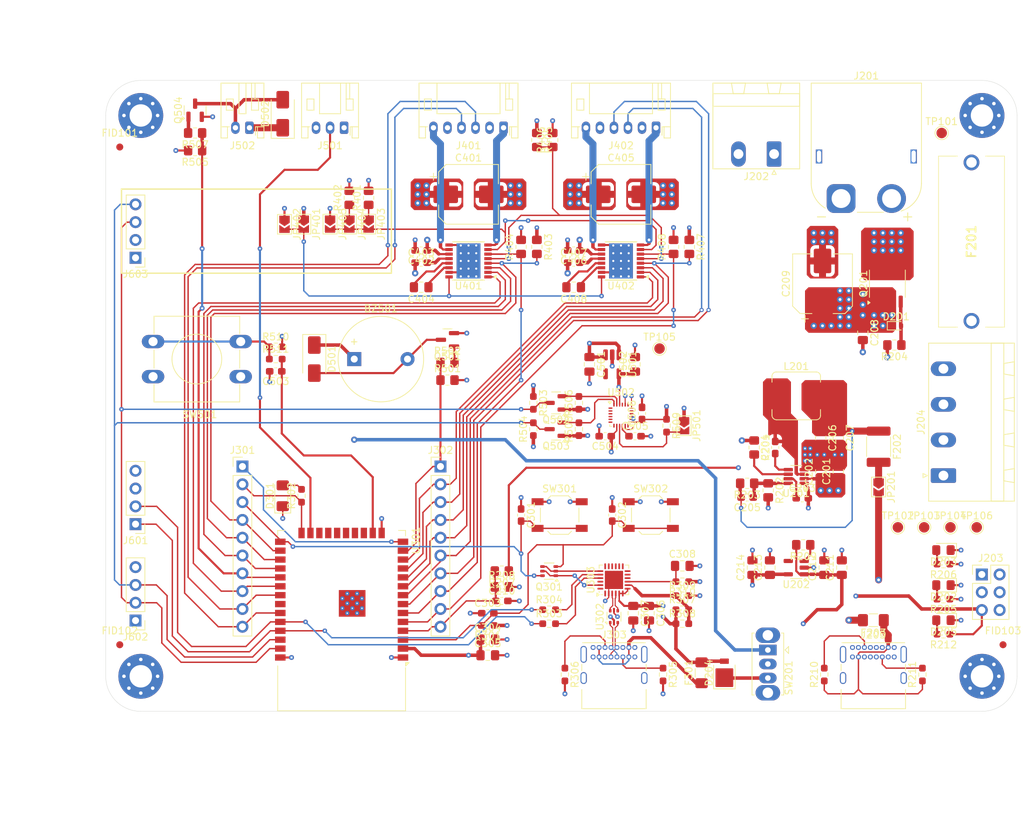
<source format=kicad_pcb>
(kicad_pcb (version 20240108) (generator "pcbnew") (generator_version "8.0")
  (title_block (title "LizardBot 1 Control Board: PCB Layout") (date "2024-07-15") (rev "v1.0.0") (company "Lizard Electronics") (comment 1 "Designed by: Manuel Lagarto"))
  (layers (0 "F.Cu" signal) (1 "In1.Cu" power) (2 "In2.Cu" power) (31 "B.Cu" signal) (34 "B.Paste" user) (35 "F.Paste" user) (36 "B.SilkS" user "B.Silkscreen") (37 "F.SilkS" user "F.Silkscreen") (38 "B.Mask" user) (39 "F.Mask" user) (44 "Edge.Cuts" user))
  (net 0 "")
  (net 1 "/Peripherals/BUZZER_GND")
  (net 2 "+5V")
  (net 3 "+12V")
  (net 4 "GND")
  (net 5 "/Power_Supply/BUCK_VCC")
  (net 6 "/Power_Supply/BUCK_SW")
  (net 7 "/Power_Supply/BUCK_BST")
  (net 8 "/Power_Supply/BUCK_FB")
  (net 9 "/Power_Supply/BUCK_5V")
  (net 10 "/MCU/MCU_BAT_STATUS")
  (net 11 "/Power_Supply/LDO_VIN")
  (net 12 "+3V3")
  (net 13 "/MCU/MCU_IO0")
  (net 14 "/MCU/MCU_EN")
  (net 15 "/MCU/CP_RST")
  (net 16 "/Motor_Driver/DRV1_VCP")
  (net 17 "/Motor_Driver/DRV1_CPL")
  (net 18 "/Motor_Driver/DRV1_CPH")
  (net 19 "/Motor_Driver/DRV2_VCP")
  (net 20 "/Motor_Driver/DRV2_CPL")
  (net 21 "/Motor_Driver/DRV2_CPH")
  (net 22 "+1V8")
  (net 23 "/MCU/MCU_BUTTON")
  (net 24 "Net-(U502-REGOUT)")
  (net 25 "Net-(D201-A)")
  (net 26 "Net-(D202-A)")
  (net 27 "Net-(D203-A)")
  (net 28 "Net-(D204-K)")
  (net 29 "VBUS")
  (net 30 "Net-(D205-A)")
  (net 31 "Net-(D301-A)")
  (net 32 "/Peripherals/FAN_GND")
  (net 33 "/Power_Supply/M_SWITCH")
  (net 34 "+BATT")
  (net 35 "Net-(JP201-A)")
  (net 36 "Net-(F203-Pad1)")
  (net 37 "/MCU/USBC_VBUS")
  (net 38 "/Power_Supply/E_SWITCH")
  (net 39 "Net-(J204-Pin_2)")
  (net 41 "Net-(J205-CC2)")
  (net 43 "Net-(J205-CC1)")
  (net 45 "/MCU/DRV2_nFAULT")
  (net 46 "/MCU/ENC2_B")
  (net 47 "/MCU/DRV2_IPROPI")
  (net 48 "/MCU/DRV1_nFAULT")
  (net 49 "/MCU/ENC2_A")
  (net 50 "/MCU/ENC1_B")
  (net 51 "/MCU/ENC1_A")
  (net 52 "/MCU/DRV1_IPROPI")
  (net 53 "/MCU/MCU_BUZZER")
  (net 54 "/MCU/DRV1_PH_IN2")
  (net 55 "/MCU/MCU_IO2_LED")
  (net 56 "/MCU/DRV1_nSLEEP")
  (net 57 "/MCU/DRV1_EN_IN1")
  (net 58 "/MCU/MCU_IO12_RES")
  (net 59 "/MCU/DRV2_PH_IN2")
  (net 60 "/MCU/DRV2_nSLEEP")
  (net 61 "/MCU/DRV2_EN_IN1")
  (net 62 "/MCU/MCU_FAN_PWM")
  (net 64 "/MCU/USBC_DP")
  (net 66 "/MCU/USBC_DN")
  (net 68 "/MCU/USBC_CC1")
  (net 71 "/MCU/USBC_CC2")
  (net 73 "/Motor_Driver/DRV1_OUT1")
  (net 74 "/Motor_Driver/DRV1_OUT2")
  (net 75 "/Motor_Driver/DRV2_OUT1")
  (net 76 "/Motor_Driver/DRV2_OUT2")
  (net 77 "/MCU/MCU_NEOPIXEL")
  (net 78 "/Communication_Interfaces/MCU_RXD0")
  (net 79 "/Communication_Interfaces/MCU_TXD0")
  (net 80 "/Communication_Interfaces/MCU_SCL")
  (net 81 "/Communication_Interfaces/MCU_SDA")
  (net 82 "/Motor_Driver/DRV_PMODE")
  (net 83 "Net-(JP403-A)")
  (net 84 "/Motor_Driver/DRV_IMODE")
  (net 85 "Net-(JP404-A)")
  (net 86 "/Peripherals/IMU_ADR")
  (net 87 "/MCU/CP_RTS")
  (net 88 "/MCU/CP_DTR")
  (net 89 "Net-(Q501-G)")
  (net 90 "/Peripherals/IMU_SCL")
  (net 91 "/Peripherals/IMU_SDA")
  (net 92 "Net-(Q504-G)")
  (net 93 "/Power_Supply/BUCK_EN")
  (net 94 "/Power_Supply/LDO_EN")
  (net 95 "/MCU/CP_TXD")
  (net 96 "/MCU/CP_RXD")
  (net 97 "/MCU/CP_VBUS")
  (net 98 "/Motor_Driver/DRV_VREF")
  (net 99 "Net-(R510-Pad1)")
  (net 108 "/MCU/CP_USBC_DP")
  (net 109 "/MCU/CP_USBC_DN")
  (footprint "Resistor_SMD:R_0603_1608Metric_Pad0.98x0.95mm_HandSolder" (layer "F.Cu") (at 179.25 131.5 180)
    (property "Reference" "R310")
    (property "Value" "1k")
  )
  (footprint "Capacitor_SMD:CP_Elec_8x10" (layer "F.Cu") (at 199.25 89 90)
    (property "Reference" "C209")
    (property "Value" "470uF")
  )
  (footprint "Resistor_SMD:R_0805_2012Metric_Pad1.20x1.40mm_HandSolder" (layer "F.Cu") (at 196.5 126.25 180)
    (property "Reference" "R209")
    (property "Value" "100k")
  )
  (footprint "Resistor_SMD:R_0603_1608Metric_Pad0.98x0.95mm_HandSolder" (layer "F.Cu") (at 179.25 135.5)
    (property "Reference" "R307")
    (property "Value" "47k")
  )
  (footprint "Package_TO_SOT_SMD:SOT-666" (layer "F.Cu") (at 169.5 136.5 90)
    (property "Reference" "U302")
    (property "Value" "USBLC6-2P6")
  )
  (footprint "Resistor_SMD:R_0603_1608Metric_Pad0.98x0.95mm_HandSolder" (layer "F.Cu") (at 216.5 129 180)
    (property "Reference" "R206")
    (property "Value" "1k")
  )
  (footprint "Connector_PinHeader_2.54mm:PinHeader_1x04_P2.54mm_Vertical" (layer "F.Cu") (at 101.25 123.3 180)
    (property "Reference" "J601")
    (property "Value" "2.54mm (F)")
  )
  (footprint "Resistor_SMD:R_0603_1608Metric_Pad0.98x0.95mm_HandSolder" (layer "F.Cu") (at 164.5 106 90)
    (property "Reference" "R506")
    (property "Value" "10k")
  )
  (footprint "Capacitor_SMD:C_0603_1608Metric_Pad1.08x0.95mm_HandSolder" (layer "F.Cu") (at 172.5 110.75)
    (property "Reference" "C505")
    (property "Value" "0.1uF")
  )
  (footprint "Connector_PinHeader_2.54mm:PinHeader_1x10_P2.54mm_Vertical" (layer "F.Cu") (at 116.5 115.075)
    (property "Reference" "J301")
    (property "Value" "2.54mm (F)")
  )
  (footprint "Resistor_SMD:R_0805_2012Metric_Pad1.20x1.40mm_HandSolder" (layer "F.Cu") (at 153.5 130 180)
    (property "Reference" "R207")
    (property "Value" "10k")
  )
  (footprint "Package_DFN_QFN:QFN-24-1EP_4x4mm_P0.5mm_EP2.6x2.6mm" (layer "F.Cu") (at 169.5 131.25 90)
    (property "Reference" "U303")
    (property "Value" "CP2102N-Axx-xQFN24")
  )
  (footprint "MountingHole:MountingHole_3.2mm_M3_Pad_Via" (layer "F.Cu") (at 102 65)
    (property "Reference" "H101" (hide yes))
    (property "Value" "MountingHole_Pad")
  )
  (footprint "Capacitor_SMD:C_0603_1608Metric_Pad1.08x0.95mm_HandSolder" (layer "F.Cu") (at 156.25 122 -90)
    (property "Reference" "C301")
    (property "Value" "0.1uF")
  )
  (footprint "Resistor_SMD:R_0805_2012Metric_Pad1.20x1.40mm_HandSolder" (layer "F.Cu") (at 131.75 76.75 90)
    (property "Reference" "R402")
    (property "Value" "20k")
  )
  (footprint "Connector_Phoenix_MSTB:PhoenixContact_MSTBA_2,5_4-G-5,08_1x04_P5.08mm_Horizontal" (layer "F.Cu") (at 216.5 116.37 90)
    (property "Reference" "J204")
    (property "Value" "Receptable-P5.08-4P")
  )
  (footprint "TestPoint:TestPoint_Pad_D1.5mm" (layer "F.Cu") (at 213.75 123.75)
    (property "Reference" "TP103")
    (property "Value" "5V_TP")
  )
  (footprint "Connector_JST:JST_PH_S6B-PH-K_1x06_P2.00mm_Horizontal" (layer "F.Cu") (at 153.75 66.75 180)
    (property "Reference" "J401")
    (property "Value" "JST-PH-6-Male")
  )
  (footprint "Connector_PinHeader_2.54mm:PinHeader_1x04_P2.54mm_Vertical" (layer "F.Cu") (at 101.25 137.05 180)
    (property "Reference" "J602")
    (property "Value" "2.54mm (F)")
  )
  (footprint "Resistor_SMD:R_0603_1608Metric_Pad0.98x0.95mm_HandSolder" (layer "F.Cu") (at 124.93 119.25 90)
    (property "Reference" "R302")
    (property "Value" "1k")
  )
  (footprint "Capacitor_SMD:C_0805_2012Metric_Pad1.18x1.45mm_HandSolder" (layer "F.Cu") (at 142 89.5 180)
    (property "Reference" "C404")
    (property "Value" "22nF")
  )
  (footprint "Fuse:Fuse_1206_3216Metric_Pad1.42x1.75mm_HandSolder" (layer "F.Cu") (at 182 144.5 90)
    (property "Reference" "F301")
    (property "Value" "500mA")
  )
  (footprint "Package_TO_SOT_SMD:SOT-23" (layer "F.Cu") (at 145.75 97 180)
    (property "Reference" "Q501")
    (property "Value" "AO3400A")
  )
  (footprint "TestPoint:TestPoint_Pad_D1.5mm" (layer "F.Cu") (at 176 98.25)
    (property "Reference" "TP105")
    (property "Value" "1V8_TP")
  )
  (footprint "Resistor_SMD:R_0805_2012Metric_Pad1.20x1.40mm_HandSolder" (layer "F.Cu") (at 188.5 117.475 180)
    (property "Reference" "R203")
    (property "Value" "40.2k")
  )
  (footprint "Capacitor_SMD:C_0805_2012Metric_Pad1.18x1.45mm_HandSolder" (layer "F.Cu") (at 205 96 -90)
    (property "Reference" "C208")
    (property "Value" "22uF")
  )
  (footprint "Capacitor_SMD:C_0603_1608Metric_Pad1.08x0.95mm_HandSolder" (layer "F.Cu") (at 121.25 101.5 180)
    (property "Reference" "C503")
    (property "Value" "0.1uF")
  )
  (footprint "Resistor_SMD:R_0805_2012Metric_Pad1.20x1.40mm_HandSolder" (layer "F.Cu") (at 180.25 83.75 -90)
    (property "Reference" "R407")
    (property "Value" "10k")
  )
  (footprint "Capacitor_SMD:C_0603_1608Metric_Pad1.08x0.95mm_HandSolder" (layer "F.Cu") (at 196.3625 119.6)
    (property "Reference" "C203")
    (property "Value" "0.1uF")
  )
  (footprint "Resistor_SMD:R_0805_2012Metric_Pad1.20x1.40mm_HandSolder" (layer "F.Cu") (at 145.75 102.75)
    (property "Reference" "R501")
    (property "Value" "10k")
  )
  (footprint "Capacitor_SMD:C_0603_1608Metric_Pad1.08x0.95mm_HandSolder" (layer "F.Cu") (at 163.75 84.25 180)
    (property "Reference" "C406")
    (property "Value" "0.1uF")
  )
  (footprint "Connector_PinHeader_2.54mm:PinHeader_2x03_P2.54mm_Vertical" (layer "F.Cu") (at 221.975 130.475)
    (property "Reference" "J203")
    (property "Value" "Conn_02x03_Odd_Even")
  )
  (footprint "Fuse:Fuse_1812_4532Metric_Pad1.30x3.40mm_HandSolder" (layer "F.Cu") (at 207.25 112.25 -90)
    (property "Reference" "F202")
    (property "Value" "5A")
  )
  (footprint "Resistor_SMD:R_0603_1608Metric_Pad0.98x0.95mm_HandSolder" (layer "F.Cu") (at 216.5 139 180)
    (property "Reference" "R212")
    (property "Value" "470")
  )
  (footprint "Package_TO_SOT_SMD:SOT-23-8" (layer "F.Cu") (at 195.5 116.5 180)
    (property "Reference" "U201")
    (property "Value" "MP2225")
  )
  (footprint "Button_Switch_SMD:SW_SPST_TL3342" (layer "F.Cu") (at 174.75 122)
    (property "Reference" "SW302")
    (property "Value" "SW_Push")
  )
  (footprint "Diode_SMD:D_SMA" (layer "F.Cu") (at 122.25 64.75 90)
    (property "Reference" "D502")
    (property "Value" "SS14")
  )
  (footprint "Resistor_SMD:R_0805_2012Metric_Pad1.20x1.40mm_HandSolder" (layer "F.Cu") (at 158.5 68.5 -90)
    (property "Reference" "R405")
    (property "Value" "16k")
  )
  (footprint "Package_TO_SOT_SMD:SOT-23" (layer "F.Cu") (at 161.25 109.75 180)
    (property "Reference" "Q503")
    (property "Value" "BSS138")
  )
  (footprint "Capacitor_SMD:C_0603_1608Metric_Pad1.08x0.95mm_HandSolder" (layer "F.Cu") (at 192.5 112.3625 90)
    (property "Reference" "C204")
    (property "Value" "0.1uF")
  )
  (footprint "Fiducial:Fiducial_1mm_Mask2mm" (layer "F.Cu") (at 99 140.5)
    (property "Reference" "FID102")
    (property "Value" "Fiducial")
  )
  (footprint "Resistor_SMD:R_0805_2012Metric_Pad1.20x1.40mm_HandSolder" (layer "F.Cu") (at 178 83.75 90)
    (property "Reference" "R408")
    (property "Value" "1.2k")
  )
  (footprint "MountingHole:MountingHole_3.2mm_M3_Pad_Via" (layer "F.Cu") (at 102 145)
    (property "Reference" "H102" (hide yes))
    (property "Value" "MountingHole_Pad")
  )
  (footprint "Capacitor_SMD:C_0805_2012Metric_Pad1.18x1.45mm_HandSolder" (layer "F.Cu") (at 201.5 111 -90)
    (property "Reference" "C207")
    (property "Value" "22uF")
  )
  (footprint "Fuse:Fuse_1206_3216Metric_Pad1.42x1.75mm_HandSolder" (layer "F.Cu") (at 206.5 137 180)
    (property "Reference" "F203")
    (property "Value" "3A")
  )
  (footprint "Capacitor_SMD:C_0805_2012Metric_Pad1.18x1.45mm_HandSolder" (layer "F.Cu") (at 202 129.5 90)
    (property "Reference" "C211")
    (property "Value" "4.7uF")
  )
  (footprint "Resistor_SMD:R_0603_1608Metric_Pad0.98x0.95mm_HandSolder" (layer "F.Cu") (at 199.5 144.75 90)
    (property "Reference" "R210")
    (property "Value" "10k")
  )
  (footprint "Sensor_Motion:InvenSense_QFN-24_3x3mm_P0.4mm" (layer "F.Cu") (at 170.5 107.75)
    (property "Reference" "U502")
    (property "Value" "ICM-20948")
  )
  (footprint "Resistor_SMD:R_0805_2012Metric_Pad1.20x1.40mm_HandSolder" (layer "F.Cu") (at 153.5 132.25)
    (property "Reference" "R208")
    (property "Value" "3.3k")
  )
  (footprint "Resistor_SMD:R_0603_1608Metric_Pad0.98x0.95mm_HandSolder" (layer "F.Cu") (at 162.5 144.75 -90)
    (property "Reference" "R306")
    (property "Value" "5k1")
  )
  (footprint "Resistor_SMD:R_0603_1608Metric_Pad0.98x0.95mm_HandSolder" (layer "F.Cu") (at 158 109.75 90)
    (property "Reference" "R504")
    (property "Value" "10k")
  )
  (footprint "Capacitor_SMD:C_0805_2012Metric_Pad1.18x1.45mm_HandSolder" (layer "F.Cu") (at 163.75 89.5 180)
    (property "Reference" "C408")
    (property "Value" "22nF")
  )
  (footprint "Capacitor_SMD:C_0805_2012Metric_Pad1.18x1.45mm_HandSolder" (layer "F.Cu") (at 151.5 142)
    (property "Reference" "C305")
    (property "Value" "0.1uF")
  )
  (footprint "Resistor_SMD:R_0603_1608Metric_Pad0.98x0.95mm_HandSolder" (layer "F.Cu") (at 216.5 134 180)
    (property "Reference" "R205")
    (property "Value" "1k")
  )
  (footprint "Jumper:SolderJumper-2_P1.3mm_Open_TrianglePad1.0x1.5mm" (layer "F.Cu") (at 131.75 80.5 -90)
    (property "Reference" "JP404")
    (property "Value" "IMODE as Level 2")
  )
  (footprint "Resistor_SMD:R_0805_2012Metric_Pad1.20x1.40mm_HandSolder" (layer "F.Cu") (at 189.5 112.3625 -90)
    (property "Reference" "R201")
    (property "Value" "100k")
  )
  (footprint "Buzzer_Beeper:Buzzer_12x9.5RM7.6" (layer "F.Cu") (at 132.45 99.75)
    (property "Reference" "BZ501")
    (property "Value" "Buzzer")
  )
  (footprint "Diode_SMD:D_SOD-523" (layer "F.Cu") (at 209.75 95)
    (property "Reference" "D201")
    (property "Value" "BZT52C12T")
  )
  (footprint "Jumper:SolderJumper-2_P1.3mm_Open_TrianglePad1.0x1.5mm" (layer "F.Cu") (at 129 80.5 -90)
    (property "Reference" "JP405")
    (property "Value" "IMODE as Level 1")
  )
  (footprint "Capacitor_SMD:C_0805_2012Metric_Pad1.18x1.45mm_HandSolder" (layer "F.Cu") (at 151.5 139.75)
    (property "Reference" "C304")
    (property "Value" "22uF")
  )
  (footprint "Connector_PinHeader_2.54mm:PinHeader_1x04_P2.54mm_Vertical" (layer "F.Cu") (at 101.25 85.3 180)
    (property "Reference" "J603")
    (property "Value" "2.54mm (F)")
  )
  (footprint "Capacitor_SMD:CP_Elec_8x10" (layer "F.Cu") (at 170.5 76.25)
    (property "Reference" "C405")
    (property "Value" "220uF")
  )
  (footprint "Jumper:SolderJumper-2_P1.3mm_Open_TrianglePad1.0x1.5mm" (layer "F.Cu") (at 125.25 80.5 -90)
    (property "Reference" "JP401")
    (property "Value" "PMODE as PWM")
  )
  (footprint "Capacitor_SMD:C_0805_2012Metric_Pad1.18x1.45mm_HandSolder" (layer "F.Cu") (at 201.5 115.7875 90)
    (property "Reference" "C201")
    (property "Value" "22uF")
  )
  (footprint "Fiducial:Fiducial_1mm_Mask2mm" (layer "F.Cu") (at 99 69.5)
    (property "Reference" "FID101")
    (property "Value" "Fiducial")
  )
  (footprint "LED_SMD:LED_0805_2012Metric_Pad1.15x1.40mm_HandSolder" (layer "F.Cu") (at 216.5 127 180)
    (property "Reference" "D203")
    (property "Value" "Green")
  )
  (footprint "LED_SMD:LED_0805_2012Metric_Pad1.15x1.40mm_HandSolder" (layer "F.Cu") (at 216.5 137 180)
    (property "Reference" "D205")
    (property "Value" "Green")
  )
  (footprint "Jumper:SolderJumper-2_P1.3mm_Open_TrianglePad1.0x1.5mm" (layer "F.Cu") (at 207.25 118 -90)
    (property "Reference" "JP201")
    (property "Value" "Jumper_2_Small_Open")
  )
  (footprint "TestPoint:TestPoint_Pad_D1.5mm" (layer "F.Cu") (at 210 123.75)
    (property "Reference" "TP102")
    (property "Value" "12V_TP")
  )
  (footprint "Connector_USB:USB_C_Receptacle_GCT_USB4085" (layer "F.Cu") (at 203.525 140.89)
    (property "Reference" "J205")
    (property "Value" "USB_C_Receptacle_PowerOnly_6P")
  )
  (footprint "Jumper:SolderJumper-2_P1.3mm_Open_TrianglePad1.0x1.5mm" (layer "F.Cu") (at 134.5 80.5 -90)
    (property "Reference" "JP403")
    (property "Value" "IMODE as Level 3")
  )
  (footprint "Connector_AMASS:AMASS_XT60PW-M_1x02_P7.20mm_Horizontal" (layer "F.Cu") (at 201.9 76.85)
    (property "Reference" "J201")
    (property "Value" "XT60-M")
  )
  (footprint "Diode_SMD:D_SMP_DO-220AA" (layer "F.Cu") (at 185.25 144.5 90)
    (property "Reference" "D204")
    (property "Value" "SS1P3L")
  )
  (footprint "Jumper:SolderJumper-2_P1.3mm_Open_TrianglePad1.0x1.5mm" (layer "F.Cu") (at 179.5 109.25 -90)
    (property "Reference" "JP501")
    (property "Value" "IMU I2C Slave Address")
  )
  (footprint "Capacitor_SMD:C_0805_2012Metric_Pad1.18x1.45mm_HandSolder" (layer "F.Cu") (at 199 115.7875 90)
    (property "Reference" "C202")
    (property "Value" "0.1uF")
  )
  (footprint "Capacitor_SMD:C_0603_1608Metric_Pad1.08x0.95mm_HandSolder" (layer "F.Cu") (at 142 84.25 180)
    (property "Reference" "C402")
    (property "Value" "0.1uF")
  )
  (footprint "Capacitor_SMD:C_0603_1608Metric_Pad1.08x0.95mm_HandSolder" (layer "F.Cu") (at 188.5 119.5 180)
    (property "Reference" "C205")
    (property "Value" "33pF")
  )
  (footprint "Capacitor_SMD:C_0805_2012Metric_Pad1.18x1.45mm_HandSolder" (layer "F.Cu") (at 166 100.5 -90)
    (property "Reference" "C501")
    (property "Value" "4.7uF")
  )
  (footprint "Project_FootprintLib:Fuseholder_LittelFuse_5x20mm_0PTF0078P" (layer "F.Cu") (at 220.5 83 -90)
    (property "Reference" "F201")
    (property "Value" "10A" (hide yes))
  )
  (footprint "Capacitor_SMD:C_0603_1608Metric_Pad1.08x0.95mm_HandSolder" (layer "F.Cu") (at 163.75 86)
    (property "Reference" "C407")
    (property "Value" "0.1uF")
  )
  (footprint "Button_Switch_SMD:SW_SPST_TL3342" (layer "F.Cu") (at 161.75 122)
    (property "Reference" "SW301")
    (property "Value" "SW_Push")
  )
  (footprint "TestPoint:TestPoint_Pad_D1.5mm" (layer "F.Cu") (at 217.5 123.75)
    (property "Reference" "TP104")
    (property "Value" "3V3_TP")
  )
  (footprint "Package_TO_SOT_SMD:SOT-23" (layer "F.Cu") (at 109.75 64.25 90)
    (property "Reference" "Q504")
    (property "Value" "AO3400A")
  )
  (footprint "Jumper:SolderJumper-2_P1.3mm_Open_TrianglePad1.0x1.5mm" (layer "F.Cu") (at 122.5 80.525 -90)
    (property "Reference" "JP402")
    (property "Value" "PMODE as PH/EN")
  )
  (footprint "Connector_JST:JST_PH_S2B-PH-K_1x02_P2.00mm_Horizontal" (layer "F.Cu") (at 117.5 66.75 180)
    (property "Reference" "J502")
    (property "Value" "JST-PH-2-Male")
  )
  (footprint "Capacitor_SMD:C_0805_2012Metric_Pad1.18x1.45mm_HandSolder" (layer "F.Cu") (at 199 111 -90)
    (property "Reference" "C206")
    (property "Value" "22uF")
  )
  (footprint "Resistor_SMD:R_0805_2012Metric_Pad1.20x1.40mm_HandSolder" (layer "F.Cu") (at 109.75 70 180)
    (property "Reference" "R505")
    (property "Value" "10k")
  )
  (footprint "Connector_PinHeader_2.54mm:PinHeader_1x10_P2.54mm_Vertical" (layer "F.Cu") (at 144.75 115.075)
    (property "Reference" "J302")
    (property "Value" "2.54mm (F)")
  )
  (footprint "Connector_Phoenix_MSTB:PhoenixContact_MSTBA_2,5_2-G-5,08_1x02_P5.08mm_Horizontal" (layer "F.Cu") (at 192.34 70.5 180)
    (property "Reference" "J202")
    (property "Value" "Receptable-P5.08-2P")
  )
  (footprint "Resistor_SMD:R_0603_1608Metric_Pad0.98x0.95mm_HandSolder" (layer "F.Cu") (at 164.5 109.75 90)
    (property "Reference" "R508")
    (property "Value" "10k")
  )
  (footprint "Capacitor_SMD:C_0603_1608Metric_Pad1.08x0.95mm_HandSolder" (layer "F.Cu") (at 153.5 134.25)
    (property "Reference" "C210")
    (property "Value" "0.1uF")
  )
  (footprint "Package_TO_SOT_SMD:SOT-23-5" (layer "F.Cu") (at 195.5 129.5 180)
    (property "Reference" "U202")
    (property "Value" "AP2112K-3.3")
  )
  (footprint "Capacitor_SMD:C_0603_1608Metric_Pad1.08x0.95mm_HandSolder" (layer "F.Cu") (at 168.25 110.75 180)
    (property "Reference" "C504")
    (property "Value" "0.1uF")
  )
  (footprint "Capacitor_SMD:C_0603_1608Metric_Pad1.08x0.95mm_HandSolder" (layer "F.Cu") (at 142 86)
    (property "Reference" "C403")
    (property "Value" "0.1uF")
  )
  (footprint "Package_SO:SO-8_3.9x4.9mm_P1.27mm" (layer "F.Cu") (at 208.5 89 90)
    (property "Reference" "Q201")
    (property "Value" "SQ4425EY")
  )
  (footprint "Capacitor_SMD:C_0805_2012Metric_Pad1.18x1.45mm_HandSolder" (layer "F.Cu") (at 172.5 100.5 90)
    (property "Reference" "C502")
    (property "Value" "4.7uF")
  )
  (footprint "Capacitor_SMD:CP_Elec_8x10" (layer "F.Cu") (at 148.75 76.25)
    (property "Reference" "C401")
    (property "Value" "220uF")
  )
  (footprint "Package_TO_SOT_SMD:SOT-23" (layer "F.Cu") (at 161.25 106 180)
    (property "Reference" "Q502")
    (property "Value" "BSS138")
  )
  (footprint "Connector_JST:JST_PH_S3B-PH-K_1x03_P2.00mm_Horizontal" (layer "F.Cu") (at 131 66.75 180)
    (property "Reference" "J501")
    (property "Value" "JST-PH-3-Male")
  )
  (footprint "Capacitor_SMD:C_0603_1608Metric_Pad1.08x0.95mm_HandSolder" (layer "F.Cu") (at 173.5 107.5 90)
    (property "Reference" "C506")
    (property "Value" "0.1uF")
  )
  (footprint "Capacitor_SMD:C_0805_2012Metric_Pad1.18x1.45mm_HandSolder" (layer "F.Cu") (at 191.75 129.5 90)
    (property "Reference" "C213")
    (property "Value" "4.7uF")
  )
  (footprint "Resistor_SMD:R_0603_1608Metric_Pad0.98x0.95mm_HandSolder" (layer "F.Cu") (at 177 109.25 -90)
    (property "Reference" "R509")
    (property "Value" "10k")
  )
  (footprint "Resistor_SMD:R_0805_2012Metric_Pad1.20x1.40mm_HandSolder" (layer "F.Cu") (at 134.5 76.75 90)
    (property "Reference" "R401")
    (property "Value" "62k")
  )
  (footprint "Resistor_SMD:R_0805_2012Metric_Pad1.20x1.40mm_HandSolder" (layer "F.Cu") (at 158.5 83.75 -90)
    (property "Reference" "R403")
    (property "Value" "10k")
  )
  (footprint "Resistor_SMD:R_0805_2012Metric_Pad1.20x1.40mm_HandSolder" (layer "F.Cu") (at 145.75 100.25)
    (property "Reference" "R502")
    (property "Value" "150")
  )
  (footprint "Resistor_SMD:R_0603_1608Metric_Pad0.98x0.95mm_HandSolder" (layer "F.Cu") (at 160.25 135.5)
    (property "Reference" "R304")
    (property "Value" "0")
  )
  (footprint "Fiducial:Fiducial_1mm_Mask2mm" (layer "F.Cu") (at 225 140.5)
    (property "Reference" "FID103")
    (property "Value" "Fiducial")
  )
  (footprint "Button_Switch_THT:SW_PUSH-12mm" (layer "F.Cu") (at 116.25 102.25 180)
    (property "Reference" "SW501")
    (property "Value" "SW_Push")
  )
  (footprint "Resistor_SMD:R_0805_2012Metric_Pad1.20x1.40mm_HandSolder" (layer "F.Cu") (at 156.25 83.75 90)
    (property "Reference" "R404")
    (property "Value" "1.2k")
  )
  (footprint "Connector_USB:USB_C_Receptacle_GCT_USB4085" (layer "F.Cu") (at 166.525 140.89)
    (property "Reference" "J303")
    (property "Value" "USB_C_Receptacle_USB2.0_16P")
  )
  (footprint "Capacitor_SMD:C_0805_2012Metric_Pad1.18x1.45mm_HandSolder" (layer "F.Cu") (at 172.25 136 -90)
    (property "Reference" "C307")
    (property "Value" "0.1uF")
  )
  (footprint "Resistor_SMD:R_0603_1608Metric_Pad0.98x0.95mm_HandSolder" (layer "F.Cu") (at 121.25 99.75)
    (property "Reference" "R511")
    (property "Value" "470")
  )
  (footprint "Resistor_SMD:R_0805_2012Metric_Pad1.20x1.40mm_HandSolder" (layer "F.Cu") (at 109.75 67.5 180)
    (property "Reference" "R507")
    (property "Value" "150")
  )
  (footprint "TestPoint:TestPoint_Pad_D1.5mm" (layer "F.Cu") (at 216.25 67.5)
    (property "Reference" "TP101")
    (property "Value" "BATT_TP")
  )
  (footprint "RF_Module:ESP32-WROOM-32D" (layer "F.Cu") (at 130.65 134.07 180)
    (property "Reference" "U301")
    (property "Value" "ESP32-WROOM-32E")
  )
  (footprint "MountingHole:MountingHole_3.2mm_M3_Pad_Via" (layer "F.Cu") (at 222 145)
    (property "Reference" "H104" (hide yes))
    (property "Value" "MountingHole_Pad")
  )
  (footprint "Capacitor_SMD:C_0805_2012Metric_Pad1.18x1.45mm_HandSolder" (layer "F.Cu") (at 189.25 129.5 90)
    (property "Reference" "C214")
    (property "Value" "4.7uF")
  )
  (footprint "LED_SMD:LED_1206_3216Metric_Pad1.42x1.75mm_HandSolder" (layer "F.Cu") (at 122.25 119.25 90)
    (property "Reference" "D301")
    (property "Value" "Red")
  )
  (footprint "Inductor_SMD:L_Bourns_SRP7028A_7.3x6.6mm" (layer "F.Cu") (at 195.5 105)
    (property "Reference" "L201")
    (property "Value" "4.7uH")
  )
  (footprint "Package_TO_SOT_SMD:SOT-23-5_HandSoldering" (layer "F.Cu") (at 169.25 100.5 -90)
    (property "Reference" "U501")
    (property "Value" "MIC5225")
  )
  (footprint "Resistor_SMD:R_0603_1608Metric_Pad0.98x0.95mm_HandSolder" (layer "F.Cu") (at 213.5 144.75 90)
    (property "Reference" "R211")
    (property "Value" "10k")
  )
  (footprint "Button_Switch_THT:SW_Slide_SPDT_Straight_CK_OS102011MS2Q" (layer "F.Cu") (at 191.4525 141.25 -90)
    (property "Reference" "SW201")
    (property "Value" "SW_SPDT")
  )
  (footprint "Resistor_SMD:R_0805_2012Metric_Pad1.20x1.40mm_HandSolder" (layer "F.Cu") (at 191.5 118.475 -90)
    (property "Reference" "R202")
    (property "Value" "5.49k")
  )
  (footprint "Capacitor_SMD:C_0805_2012Metric_Pad1.18x1.45mm_HandSolder" (layer "F.Cu") (at 179.25 129.25)
    (property "Reference" "C308")
    (property "Value" "0.1uF")
  )
  (footprint "TestPoint:TestPoint_Pad_D1.5mm" (layer "F.Cu") (at 221.25 123.75)
    (property "Reference" "TP106")
    (property "Value" "GND_TP")
  )
  (footprint "Resistor_SMD:R_0603_1608Metric_Pad0.98x0.95mm_HandSolder" (layer "F.Cu") (at 176.5 144.75 -90)
    (property "Reference" "R305")
    (property "Value" "5k1")
  )
  (footprint "Capacitor_SMD:C_0603_1608Metric_Pad1.08x0.95mm_HandSolder" (layer "F.Cu") (at 169.25 122 -90)
    (property "Reference" "C302")
    (property "Value" "0.1uF")
  )
  (footprint "Resistor_SMD:R_0805_2012Metric_Pad1.20x1.40mm_HandSolder" (layer "F.Cu") (at 160.75 68.5 90)
    (property "Reference" "R406")
    (property "Value" "50k")
  )
  (footprint "Package_SO:HTSSOP-16-1EP_4.4x5mm_P0.65mm_EP3.4x5mm_Mask3x3mm_ThermalVias" (layer "F.Cu") (at 170.5 85.75 180)
    (property "Reference" "U402")
    (property "Value" "DRV8874")
  )
  (footprint "Capacitor_SMD:C_0603_1608Metric_Pad1.08x0.95mm_HandSolder" (layer "F.Cu") (at 151.5 136)
    (property "Reference" "C303")
    (property "Value" "0.1uF")
  )
  (footprint "Capacitor_SMD:C_0805_2012Metric_Pad1.18x1.45mm_HandSolder" (layer "F.Cu") (at 174.5 136 -90)
    (property "Reference" "C306")
    (property "Value" "4.7uF")
  )
  (footprint "Resistor_SMD:R_0603_1608Metric_Pad0.98x0.95mm_HandSolder" (layer "F.Cu") (at 179.25 137.5)
    (property "Reference" "R308")
    (property "Value" "47k")
  )
  (footprint "Package_SO:HTSSOP-16-1EP_4.4x5mm_P0.65mm_EP3.4x5mm_Mask3x3mm_ThermalVias" (layer "F.Cu") (at 148.75 85.75 180)
    (property "Reference" "U401")
    (property "Value" "DRV8874")
  )
  (footprint "Diode_SMD:D_SMA" (layer "F.Cu") (at 126.75 99.75 -90)
    (property "Reference" "D501")
    (property "Value" "SS14")
  )
  (footprint "Resistor_SMD:R_0603_1608Metric_Pad0.98x0.95mm_HandSolder" (layer "F.Cu") (at 158 106 -90)
    (property "Reference" "R503")
    (property "Value" "10k")
  )
  (footprint "Resistor_SMD:R_0805_2012Metric_Pad1.20x1.40mm_HandSolder" (layer "F.Cu") (at 209.5 97.75 180)
    (property "Reference" "R204")
    (property "Value" "10k")
  )
  (footprint "LED_SMD:LED_0805_2012Metric_Pad1.15x1.40mm_HandSolder" (layer "F.Cu") (at 216.5 132 180)
    (property "Reference" "D202")
    (property "Value" "Green")
  )
  (footprint "MountingHole:MountingHole_3.2mm_M3_Pad_Via" (layer "F.Cu") (at 222 65)
    (property "Reference" "H103" (hide yes))
    (property "Value" "MountingHole_Pad")
  )
  (footprint "Resistor_SMD:R_0603_1608Metric_Pad0.98x0.95mm_HandSolder" (layer "F.Cu") (at 179.25 133.5)
    (property "Reference" "R309")
    (property "Value" "47k")
  )
  (footprint "Resistor_SMD:R_0603_1608Metric_Pad0.98x0.95mm_HandSolder" (layer "F.Cu") (at 151.5 137.75 180)
    (property "Reference" "R301")
    (property "Value" "10k")
  )
  (footprint "Connector_JST:JST_PH_S6B-PH-K_1x06_P2.00mm_Horizontal" (layer "F.Cu") (at 175.5 66.75 180)
    (property "Reference" "J402")
    (property "Value" "JST-PH-6-Male")
  )
  (footprint "Package_TO_SOT_SMD:SOT-363_SC-70-6" (layer "F.Cu") (at 160.25 130 180)
    (property "Reference" "Q301")
    (property "Value" "UMH3N")
  )
  (footprint "Resistor_SMD:R_0603_1608Metric_Pad0.98x0.95mm_HandSolder" (layer "F.Cu") (at 121.25 98)
    (property "Reference" "R510")
    (property "Value" "10k")
  )
  (footprint "Resistor_SMD:R_0603_1608Metric_Pad0.98x0.95mm_HandSolder" (layer "F.Cu") (at 160.25 137.5)
    (property "Reference" "R303")
    (property "Value" "0")
  )
  (footprint "Capacitor_SMD:C_0805_2012Metric_Pad1.18x1.45mm_HandSolder" (layer "F.Cu") (at 199.5 129.5 90)
    (property "Reference" "C212")
    (property "Value" "0.1uF")
  )
  (gr_rect (start 99.25 75.5) (end 137.75 87.5) (stroke (width 0.2)) (fill none) (layer "F.SilkS"))
  (gr_arc (start 222 60) (mid 225.535534 61.464466) (end 227 65) (stroke (width 0.05)) (layer "Edge.Cuts"))
  (gr_line (start 102 150) (end 222 150) (stroke (width 0.05)) (layer "Edge.Cuts"))
  (gr_line (start 97 65) (end 97 145) (stroke (width 0.05)) (layer "Edge.Cuts"))
  (gr_arc (start 227 145) (mid 225.535534 148.535534) (end 222 150) (stroke (width 0.05)) (layer "Edge.Cuts"))
  (gr_arc (start 97 65) (mid 98.464466 61.464466) (end 102 60) (stroke (width 0.05)) (layer "Edge.Cuts"))
  (gr_line (start 102 60) (end 222 60) (stroke (width 0.05)) (layer "Edge.Cuts"))
  (gr_arc (start 102 150) (mid 98.464466 148.535534) (end 97 145) (stroke (width 0.05)) (layer "Edge.Cuts"))
  (gr_line (start 227 145) (end 227 65) (stroke (width 0.05)) (layer "Edge.Cuts"))
  (segment (start 142.8 97) (end 140.05 99.75) (width 0.3) (layer "F.Cu") (net 1))
  (segment (start 126.75 101.75) (end 138.05 101.75) (width 0.3) (layer "F.Cu") (net 1))
  (segment (start 144.8125 97) (end 142.8 97) (width 0.3) (layer "F.Cu") (net 1))
  (segment (start 138.05 101.75) (end 140.05 99.75) (width 0.3) (layer "F.Cu") (net 1))
  (segment (start 207.25 131.25) (end 207.25 118.979903) (width 1) (layer "F.Cu") (net 2))
  (segment (start 205.0125 137) (end 203 137) (width 1) (layer "F.Cu") (net 2))
  (segment (start 126.75 97.75) (end 130.45 97.75) (width 0.5) (layer "F.Cu") (net 2))
  (segment (start 117.5 66.75) (end 122.25 66.75) (width 1) (layer "F.Cu") (net 2))
  (segment (start 130.45 97.75) (end 132.45 99.75) (width 0.5) (layer "F.Cu") (net 2))
  (segment (start 217.4125 134) (end 219 134) (width 0.3) (layer "F.Cu") (net 2))
  (via (at 203 137) (size 0.9) (drill 0.4) (layers "F.Cu" "B.Cu") (net 2))
  (via (at 219 134) (size 0.7) (drill 0.3) (layers "F.Cu" "B.Cu") (net 2))
  (via (at 132.45 111.25) (size 0.9) (drill 0.4) (layers "F.Cu" "B.Cu") (net 2))
  (via (at 207.25 131.25) (size 0.9) (drill 0.4) (layers "F.Cu" "B.Cu") (net 2))
  (segment (start 184 116.75) (end 184 138.5) (width 0.5) (layer "B.Cu") (net 2))
  (segment (start 181.5 114.25) (end 184 116.75) (width 0.5) (layer "B.Cu") (net 2))
  (segment (start 184 138.5) (end 186.75 141.25) (width 0.5) (layer "B.Cu") (net 2))
  (segment (start 132.45 111.25) (end 154 111.25) (width 0.5) (layer "B.Cu") (net 2))
  (segment (start 186.75 141.25) (end 191.4525 141.25) (width 0.5) (layer "B.Cu") (net 2))
  (segment (start 154 111.25) (end 157 114.25) (width 0.5) (layer "B.Cu") (net 2))
  (segment (start 157 114.25) (end 181.5 114.25) (width 0.5) (layer "B.Cu") (net 2))
  (segment (start 165.75 84.25) (end 164.6125 84.25) (width 0.5) (layer "F.Cu") (net 3))
  (segment (start 162.8875 87.5) (end 162.8875 86) (width 0.5) (layer "F.Cu") (net 3))
  (segment (start 199 116.825) (end 201.5 116.825) (width 0.5) (layer "F.Cu") (net 3))
  (segment (start 166.275 84.775) (end 167.725 84.775) (width 0.3) (layer "F.Cu") (net 3))
  (segment (start 144.525 84.775) (end 145.975 84.775) (width 0.3) (layer "F.Cu") (net 3))
  (segment (start 217.4125 129) (end 219 129) (width 0.3) (layer "F.Cu") (net 3))
  (segment (start 154.5 117.75) (end 154.5 130) (width 0.3) (layer "F.Cu") (net 3))
  (segment (start 166.25 84.75) (end 166.275 84.775) (width 0.3) (layer "F.Cu") (net 3))
  (segment (start 164.6125 84.25) (end 164.6125 82.75) (width 0.5) (layer "F.Cu") (net 3))
  (segment (start 157 115.25) (end 154.5 117.75) (width 0.3) (layer "F.Cu") (net 3))
  (segment (start 187.25 115.25) (end 157 115.25) (width 0.3) (layer "F.Cu") (net 3))
  (segment (start 189.5 111.3625) (end 187.75 111.3625) (width 0.5) (layer "F.Cu") (net 3))
  (segment (start 196.6375 116.825) (end 197.675 116.825) (width 0.3) (layer "F.Cu") (net 3))
  (segment (start 142.8625 84.25) (end 142.8625 82.75) (width 0.5) (layer "F.Cu") (net 3))
  (segment (start 166.25 84.75) (end 165.75 84.25) (width 0.5) (layer "F.Cu") (net 3))
  (segment (start 144.5 84.75) (end 144 84.25) (width 0.5) (layer "F.Cu") (net 3))
  (segment (start 144.5 84.75) (end 144.525 84.775) (width 0.3) (layer "F.Cu") (net 3))
  (segment (start 144 84.25) (end 142.8625 84.25) (width 0.5) (layer "F.Cu") (net 3))
  (segment (start 141.1375 87.5) (end 141.1375 86) (width 0.5) (layer "F.Cu") (net 3))
  (segment (start 197.825 116.825) (end 199 116.825) (width 0.5) (layer "F.Cu") (net 3))
  (via (at 203 91.25) (size 0.9) (drill 0.4) (layers "F.Cu" "B.Cu") (net 3))
  (via (at 163.25 76.25) (size 0.9) (drill 0.4) (layers "F.Cu" "B.Cu") (net 3))
  (via (at 187.75 111.3625) (size 0.9) (drill 0.4) (layers "F.Cu" "B.Cu") (net 3))
  (via (at 141.5 77.5) (size 0.9) (drill 0.4) (layers "F.Cu" "B.Cu") (net 3))
  (via (at 201.75 93.75) (size 0.9) (drill 0.4) (layers "F.Cu" "B.Cu") (net 3))
  (via (at 203 90) (size 0.9) (drill 0.4) (layers "F.Cu" "B.Cu") (net 3))
  (via (at 209.135 93.5) (size 0.9) (drill 0.4) (layers "F.Cu" "B.Cu") (net 3))
  (via (at 206.595 95) (size 0.9) (drill 0.4) (layers "F.Cu" "B.Cu") (net 3))
  (via (at 205 92) (size 0.9) (drill 0.4) (layers "F.Cu" "B.Cu") (net 3))
  (via (at 201.5 118.5) (size 0.9) (drill 0.4) (layers "F.Cu" "B.Cu") (net 3))
  (via (at 199.25 95) (size 0.9) (drill 0.4) (layers "F.Cu" "B.Cu") (net 3))
  (via (at 164.5 77.5) (size 0.9) (drill 0.4) (layers "F.Cu" "B.Cu") (net 3))
  (via (at 219 129) (size 0.7) (drill 0.3) (layers "F.Cu" "B.Cu") (net 3))
  (via (at 163.25 75) (size 0.9) (drill 0.4) (layers "F.Cu" "B.Cu") (net 3))
  (via (at 163.25 77.5) (size 0.9) (drill 0.4) (layers "F.Cu" "B.Cu") (net 3))
  (via (at 198 95) (size 0.9) (drill 0.4) (layers "F.Cu" "B.Cu") (net 3))
  (via (at 203 95) (size 0.9) (drill 0.4) (layers "F.Cu" "B.Cu") (net 3))
  (via (at 201.75 90) (size 0.9) (drill 0.4) (layers "F.Cu" "B.Cu") (net 3))
  (via (at 203 93.75) (size 0.9) (drill 0.4) (layers "F.Cu" "B.Cu") (net 3))
  (via (at 164.6125 82.75) (size 0.9) (drill 0.4) (layers "F.Cu" "B.Cu") (net 3))
  (via (at 201.75 91.25) (size 0.9) (drill 0.4) (layers "F.Cu" "B.Cu") (net 3))
  (via (at 187.25 115.25) (size 0.7) (drill 0.3) (layers "F.Cu" "B.Cu") (net 3))
  (via (at 200.5 95) (size 0.9) (drill 0.4) (layers "F.Cu" "B.Cu") (net 3))
  (via (at 200.25 118.5) (size 0.9) (drill 0.4) (layers "F.Cu" "B.Cu") (net 3))
  (via (at 207.865 95) (size 0.9) (drill 0.4) (layers "F.Cu" "B.Cu") (net 3))
  (via (at 142.75 75) (size 0.9) (drill 0.4) (layers "F.Cu" "B.Cu") (net 3))
  (via (at 201.75 95) (size 0.9) (drill 0.4) (layers "F.Cu" "B.Cu") (net 3))
  (via (at 142.8625 82.75) (size 0.9) (drill 0.4) (layers "F.Cu" "B.Cu") (net 3))
  (via (at 205 90.5) (size 0.9) (drill 0.4) (layers "F.Cu" "B.Cu") (net 3))
  (via (at 142.75 76.25) (size 0.9) (drill 0.4) (layers "F.Cu" "B.Cu") (net 3))
  (via (at 207.865 93.5) (size 0.9) (drill 0.4) (layers "F.Cu" "B.Cu") (net 3))
  (via (at 164.5 76.25) (size 0.9) (drill 0.4) (layers "F.Cu" "B.Cu") (net 3))
  (via (at 205 93.5) (size 0.9) (drill 0.4) (layers "F.Cu" "B.Cu") (net 3))
  (via (at 162.8875 87.5) (size 0.9) (drill 0.4) (layers "F.Cu" "B.Cu") (net 3))
  (via (at 199 118.5) (size 0.9) (drill 0.4) (layers "F.Cu" "B.Cu") (net 3))
  (via (at 142.75 77.5) (size 0.9) (drill 0.4) (layers "F.Cu" "B.Cu") (net 3))
  (via (at 141.5 76.25) (size 0.9) (drill 0.4) (layers "F.Cu" "B.Cu") (net 3))
  (via (at 203 92.5) (size 0.9) (drill 0.4) (layers "F.Cu" "B.Cu") (net 3))
  (via (at 141.5 75) (size 0.9) (drill 0.4) (layers "F.Cu" "B.Cu") (net 3))
  (via (at 164.5 75) (size 0.9) (drill 0.4) (layers "F.Cu" "B.Cu") (net 3))
  (via (at 206.595 93.5) (size 0.9) (drill 0.4) (layers "F.Cu" "B.Cu") (net 3))
  (via (at 141.1375 87.5) (size 0.9) (drill 0.4) (layers "F.Cu" "B.Cu") (net 3))
  (via (at 201.75 92.5) (size 0.9) (drill 0.4) (layers "F.Cu" "B.Cu") (net 3))
  (segment (start 199.5 128.4625) (end 199.5 127) (width 0.3) (layer "F.Cu") (net 4))
  (segment (start 178 82.75) (end 178 81) (width 0.3) (layer "F.Cu") (net 4))
  (segment (start 134.5 75.75) (end 134.5 74.25) (width 0.3) (layer "F.Cu") (net 4))
  (segment (start 162.5 146.1625) (end 162.5 147.5) (width 0.3) (layer "F.Cu") (net 4))
  (segment (start 167.725 87.375) (end 168.875 87.375) (width 0.3) (layer "F.Cu") (net 4))
  (segment (start 197.225 118.0625) (end 197.225 118.5) (width 0.3) (layer "F.Cu") (net 4))
  (segment (start 202 128.4625) (end 202 127) (width 0.3) (layer "F.Cu") (net 4))
  (segment (start 168.75 133.75) (end 168.75 133.1875) (width 0.15) (layer "F.Cu") (net 4))
  (segment (start 110.7 65.1875) (end 112.25 65.1875) (width 0.3) (layer "F.Cu") (net 4))
  (segment (start 147.575 83.475) (end 147.65 83.55) (width 0.3) (layer "F.Cu") (net 4))
  (segment (start 217.525 137) (end 219 137) (width 0.3) (layer "F.Cu") (net 4))
  (segment (start 122.1625 96.5) (end 122.1625 98) (width 0.3) (layer "F.Cu") (net 4))
  (segment (start 168.875 87.375) (end 169.4 86.85) (width 0.3) (layer "F.Cu") (net 4))
  (segment (start 191.5 119.475) (end 191.5 121) (width 0.5) (layer "F.Cu") (net 4))
  (segment (start 145.975 83.475) (end 147.575 83.475) (width 0.3) (layer "F.Cu") (net 4))
  (segment (start 120.3875 101.5) (end 120.3875 103) (width 0.3) (layer "F.Cu") (net 4))
  (segment (start 147.125 87.375) (end 147.65 86.85) (width 0.3) (layer "F.Cu") (net 4))
  (segment (start 205 97.0375) (end 205 98.75) (width 0.5) (layer "F.Cu") (net 4))
  (segment (start 177.9 120.1) (end 176.25 120.1) (width 0.3) (layer "F.Cu") (net 4))
  (segment (start 176.5 146.1625) (end 176.5 147.5) (width 0.3) (layer "F.Cu") (net 4))
  (segment (start 171.313994 109.8) (end 171.95 109.8) (width 0.15) (layer "F.Cu") (net 4))
  (segment (start 197.225 118.5) (end 197.225 119.6) (width 0.5) (layer "F.Cu") (net 4))
  (segment (start 168.75 132) (end 169.5 131.25) (width 0.15) (layer "F.Cu") (net 4))
  (segment (start 152.5375 142) (end 154.25 142) (width 0.3) (layer "F.Cu") (net 4))
  (segment (start 180.1625 133.5) (end 181.75 133.5) (width 0.3) (layer "F.Cu") (net 4))
  (segment (start 168.25 134.25) (end 168.75 133.75) (width 0.15) (layer "F.Cu") (net 4))
  (segment (start 152.5375 139.75) (end 154.25 139.75) (width 0.3) (layer "F.Cu") (net 4))
  (segment (start 169.5 137) (end 169 136.5) (width 0.3) (layer "F.Cu") (net 4))
  (segment (start 172.5 99.4625) (end 172.5 97.75) (width 0.3) (layer "F.Cu") (net 4))
  (segment (start 141.1375 82.75) (end 141.1375 84.25) (width 0.5) (layer "F.Cu") (net 4))
  (segment (start 172 106.75) (end 172 105) (width 0.15) (layer "F.Cu") (net 4))
  (segment (start 174.5 137.0375) (end 174.5 138.5) (width 0.3) (layer "F.Cu") (net 4))
  (segment (start 129 79.775) (end 129 78.25) (width 0.3) (layer "F.Cu") (net 4))
  (segment (start 160.75 67.5) (end 160.75 65.75) (width 0.3) (layer "F.Cu") (net 4))
  (segment (start 122.25 122.4875) (end 122.25 120.7375) (width 0.2) (layer "F.Cu") (net 4))
  (segment (start 145.975 87.375) (end 147.125 87.375) (width 0.3) (layer "F.Cu") (net 4))
  (segment (start 171.1 106.25) (end 171.1 105) (width 0.15) (layer "F.Cu") (net 4))
  (segment (start 167.725 83.475) (end 169.325 83.475) (width 0.3) (layer "F.Cu") (net 4))
  (segment (start 172.25 137.0375) (end 172.25 138.5) (width 0.3) (layer "F.Cu") (net 4))
  (segment (start 173.3625 110.75) (end 174.75 110.75) (width 0.3) (layer "F.Cu") (net 4))
  (segment (start 158.6 120.1) (end 160.25 120.1) (width 0.3) (layer "F.Cu") (net 4))
  (segment (start 191.75 128.4625) (end 191.75 127) (width 0.3) (layer "F.Cu") (net 4))
  (segment (start 208.5 97.75) (end 208.5 99.5) (width 0.5) (layer "F.Cu") (net 4))
  (segment (start 171.1 109.25) (end 171.1 109.586006) (width 0.15) (layer "F.Cu") (net 4))
  (segment (start 131.75 75.75) (end 131.75 74.25) (width 0.3) (layer "F.Cu") (net 4))
  (segment (start 169.25 121.1375) (end 169.25 119.5) (width 0.3) (layer "F.Cu") (net 4))
  (segment (start 219 132) (end 217.525 132) (width 0.3) (layer "F.Cu") (net 4))
  (segment (start 197.225 119.6) (end 197.225 121) (width 0.5) (layer "F.Cu") (net 4))
  (segment (start 169.5 137.425) (end 169.5 137) (width 0.3) (layer "F.Cu") (net 4))
  (segment (start 154.5 132.25) (end 156 132.25) (width 0.3) (layer "F.Cu") (net 4))
  (segment (start 146.6875 96.05) (end 148.5 96.05) (width 0.3) (layer "F.Cu") (net 4))
  (segment (start 139.4 142.32) (end 137.75 142.32) (width 0.3) (layer "F.Cu") (net 4))
  (segment (start 121.9 142.32) (end 123.5 142.32) (width 0.3) (layer "F.Cu") (net 4))
  (segment (start 196.6375 129.5) (end 198 129.5) (width 0.3) (layer "F.Cu") (net 4))
  (segment (start 173.5 106.6375) (end 173.5 105) (width 0.3) (layer "F.Cu") (net 4))
  (segment (start 164.9 120.1) (end 163.25 120.1) (width 0.3) (layer "F.Cu") (net 4))
  (segment (start 171.95 109.8) (end 172.25 109.5) (width 0.15) (layer "F.Cu") (net 4))
  (segment (start 162.8875 84.25) (end 162.8875 82.75) (width 0.5) (layer "F.Cu") (net 4))
  (segment (start 166 101.5375) (end 166 103.25) (width 0.3) (layer "F.Cu") (net 4))
  (segment (start 108.75 70) (end 107 70) (width 0.3) (layer "F.Cu") (net 4))
  (segment (start 217.525 127) (end 219 127) (width 0.3) (layer "F.Cu") (net 4))
  (segment (start 179.5 108.525) (end 179.5 106.75) (width 0.5) (layer "F.Cu") (net 4))
  (segment (start 171.6 120.1) (end 173.25 120.1) (width 0.3) (layer "F.Cu") (net 4))
  (segment (start 156.25 121.1375) (end 156.25 119.5) (width 0.3) (layer "F.Cu") (net 4))
  (segment (start 154.3625 134.25) (end 156 134.25) (width 0.3) (layer "F.Cu") (net 4))
  (segment (start 167.3875 109.25) (end 167.3875 110.75) (width 0.3) (layer "F.Cu") (net 4))
  (segment (start 136.36 124.56) (end 136.36 122.5) (width 0.3) (layer "F.Cu") (net 4))
  (segment (start 180.2875 129.25) (end 181.75 129.25) (width 0.3) (layer "F.Cu") (net 4))
  (segment (start 189.25 128.4625) (end 189.25 127) (width 0.3) (layer "F.Cu") (net 4))
  (segment (start 122.5 79.8) (end 122.5 78.25) (width 0.3) (layer "F.Cu") (net 4))
  (segment (start 150.6375 136) (end 149 136) (width 0.3) (layer "F.Cu") (net 4))
  (segment (start 146.75 102.75) (end 148.5 102.75) (width 0.3) (layer "F.Cu") (net 4))
  (segment (start 171.1 109.586006) (end 171.313994 109.8) (width 0.15) (layer "F.Cu") (net 4))
  (segment (start 169.25 99.15) (end 169.25 100.75) (width 0.5) (layer "F.Cu") (net 4))
  (segment (start 196.6375 117.475) (end 197.225 118.0625) (width 0.3) (layer "F.Cu") (net 4))
  (segment (start 156.25 82.75) (end 156.25 81) (width 0.3) (layer "F.Cu") (net 4))
  (segment (start 169.325 83.475) (end 169.4 83.55) (width 0.3) (layer "F.Cu") (net 4))
  (segment (start 168.75 133.1875) (end 168.75 132) (width 0.15) (layer "F.Cu") (net 4))
  (via (at 123.5 142.32) (size 0.7) (drill 0.3) (layers "F.Cu" "B.Cu") (net 4))
  (via (at 172.25 138.5) (size 0.7) (drill 0.3) (layers "F.Cu" "B.Cu") (net 4))
  (via (at 177.75 77.5) (size 0.9) (drill 0.4) (layers "F.Cu" "B.Cu") (net 4))
  (via (at 156 132.25) (size 0.7) (drill 0.3) (layers "F.Cu" "B.Cu") (net 4))
  (via (at 208.5 99.5) (size 0.9) (drill 0.4) (layers "F.Cu" "B.Cu") (net 4))
  (via (at 148.5 102.75) (size 0.7) (drill 0.3) (layers "F.Cu" "B.Cu") (net 4))
  (via (at 196.75 113.39631) (size 0.6) (drill 0.25) (layers "F.Cu" "B.Cu") (net 4))
  (via (at 156.25 81) (size 0.7) (drill 0.3) (layers "F.Cu" "B.Cu") (net 4))
  (via (at 197.5 114.25) (size 0.6) (drill 0.25) (layers "F.Cu" "B.Cu") (net 4))
  (via (at 137.75 142.32) (size 0.7) (drill 0.3) (layers "F.Cu" "B.Cu") (net 4))
  (via (at 174.75 110.75) (size 0.7) (drill 0.3) (layers "F.Cu" "B.Cu") (net 4))
  (via (at 166 103.25) (size 0.7) (drill 0.3) (layers "F.Cu" "B.Cu") (net 4))
  (via (at 198 129.5) (size 0.7) (drill 0.3) (layers "F.Cu" "B.Cu") (net 4))
  (via (at 163.25 120.1) (size 0.7) (drill 0.3) (layers "F.Cu" "B.Cu") (net 4))
  (via (at 176.5 76.25) (size 0.9) (drill 0.4) (layers "F.Cu" "B.Cu") (net 4))
  (via (at 169.25 100.75) (size 0.7) (drill 0.3) (layers "F.Cu" "B.Cu") (net 4))
  (via (at 162.8875 82.75) (size 0.7) (drill 0.3) (layers "F.Cu" "B.Cu") (net 4))
  (via (at 191.75 127) (size 0.7) (drill 0.3) (layers "F.Cu" "B.Cu") (net 4))
  (via (at 172 105) (size 0.65) (drill 0.25) (layers "F.Cu" "B.Cu") (net 4))
  (via (at 167.3875 109.25) (size 0.7) (drill 0.3) (layers "F.Cu" "B.Cu") (net 4))
  (via (at 154.75 77.5) (size 0.9) (drill 0.4) (layers "F.Cu" "B.Cu") (net 4))
  (via (at 191.5 121) (size 0.7) (drill 0.3) (layers "F.Cu" "B.Cu") (net 4))
  (via (at 219 137) (size 0.7) (drill 0.3) (layers "F.Cu" "B.Cu") (net 4))
  (via (at 120.3875 103) (size 0.7) (drill 0.3) (layers "F.Cu" "B.Cu") (net 4))
  (via (at 122.25 122.4875) (size 0.7) (drill 0.3) (layers "F.Cu" "B.Cu") (net 4))
  (via (at 154.25 139.75) (size 0.7) (drill 0.3) (layers "F.Cu" "B.Cu") (net 4))
  (via (at 205 98.75) (size 0.9) (drill 0.4) (layers "F.Cu" "B.Cu") (net 4))
  (via (at 198.499715 113.39631) (size 0.6) (drill 0.25) (layers "F.Cu" "B.Cu") (net 4))
  (via (at 122.1625 96.5) (size 0.7) (drill 0.3) (layers "F.Cu" "B.Cu") (net 4))
  (via (at 156 77.5) (size 0.9) (drill 0.4) (layers "F.Cu" "B.Cu") (net 4))
  (via (at 154.75 75) (size 0.9) (drill 0.4) (layers "F.Cu" "B.Cu") (net 4))
  (via (at 200.999715 113.39631) (size 0.6) (drill 0.25) (layers "F.Cu" "B.Cu") (net 4))
  (via (at 160.75 65.75) (size 0.7) (drill 0.3) (layers "F.Cu" "B.Cu") (net 4))
  (via (at 172.25 108.25) (size 0.65) (drill 0.25) (layers "F.Cu" "B.Cu") (net 4))
  (via (at 162.5 147.5) (size 0.7) (drill 0.3) (layers "F.Cu" "B.Cu") (net 4))
  (via (at 181.75 129.25) (size 0.7) (drill 0.3) (layers "F.Cu" "B.Cu") (net 4))
  (via (at 168.25 134.25) (size 0.65) (drill 0.25) (layers "F.Cu" "B.Cu") (net 4))
  (via (at 219 127) (size 0.7) (drill 0.3) (layers "F.Cu" "B.Cu") (net 4))
  (via (at 107 70) (size 0.7) (drill 0.3) (layers "F.Cu" "B.Cu") (net 4))
  (via (at 122.5 78.25) (size 0.7) (drill 0.3) (layers "F.Cu" "B.Cu") (net 4))
  (via (at 160.25 120.1) (size 0.7) (drill 0.3) (layers "F.Cu" "B.Cu") (net 4))
  (via (at 196.75 114.25) (size 0.6) (drill 0.25) (layers "F.Cu" "B.Cu") (net 4))
  (via (at 181.75 133.5) (size 0.7) (drill 0.3) (layers "F.Cu" "B.Cu") (net 4))
  (via (at 199.5 127) (size 0.7) (drill 0.3) (layers "F.Cu" "B.Cu") (net 4))
  (via (at 198 81.75) (size 0.9) (drill 0.4) (layers "F.Cu" "B.Cu") (net 4))
  (via (at 201.999715 113.39631) (size 0.6) (drill 0.25) (layers "F.Cu" "B.Cu") (net 4))
  (via (at 177.75 75) (size 0.9) (drill 0.4) (layers "F.Cu" "B.Cu") (net 4))
  (via (at 176.5 147.5) (size 0.7) (drill 0.3) (layers "F.Cu" "B.Cu") (net 4))
  (via (at 171.1 105) (size 0.65) (drill 0.25) (layers "F.Cu" "B.Cu") (net 4))
  (via (at 196.75 112.5) (size 0.6) (drill 0.25) (layers "F.Cu" "B.Cu") (net 4))
  (via (at 141.1375 82.75) (size 0.7) (drill 0.3) (layers "F.Cu" "B.Cu") (net 4))
  (via (at 199.25 83) (size 0.9) (drill 0.4) (layers "F.Cu" "B.Cu") (net 4))
  (via (at 149 136) (size 0.7) (drill 0.3) (layers "F.Cu" "B.Cu") (net 4))
  (via (at 176.25 120.1) (size 0.7) (drill 0.3) (layers "F.Cu" "B.Cu") (net 4))
  (via (at 172.5 97.75) (size 0.7) (drill 0.3) (layers "F.Cu" "B.Cu") (net 4))
  (via (at 176.5 77.5) (size 0.9) (drill 0.4) (layers "F.Cu" "B.Cu") (net 4))
  (via (at 156 75) (size 0.9) (drill 0.4) (layers "F.Cu" "B.Cu") (net 4))
  (via (at 200.5 83) (size 0.9) (drill 0.4) (layers "F.Cu" "B.Cu") (net 4))
  (via (at 154.75 76.25) (size 0.9) (drill 0.4) (layers "F.Cu" "B.Cu") (net 4))
  (via (at 199.25 81.75) (size 0.9) (drill 0.4) (layers "F.Cu" "B.Cu") (net 4))
  (via (at 129 78.25) (size 0.7) (drill 0.3) (layers "F.Cu" "B.Cu") (net 4))
  (via (at 198 83) (size 0.9) (drill 0.4) (layers "F.Cu" "B.Cu") (net 4))
  (via (at 134.5 74.25) (size 0.7) (drill 0.3) (layers "F.Cu" "B.Cu") (net 4))
  (via (at 173.25 120.1) (size 0.7) (drill 0.3) (layers "F.Cu" "B.Cu") (net 4))
  (via (at 169.25 119.5) (size 0.7) (drill 0.3) (layers "F.Cu" "B.Cu") (net 4))
  (via (at 219 132) (size 0.7) (drill 0.3) (layers "F.Cu" "B.Cu") (net 4))
  (via (at 173.5 105) (size 0.7) (drill 0.3) (layers "F.Cu" "B.Cu") (net 4))
  (via (at 177.75 76.25) (size 0.9) (drill 0.4) (layers "F.Cu" "B.Cu") (net 4))
  (via (at 148.5 96.05) (size 0.7) (drill 0.3) (layers "F.Cu" "B.Cu") (net 4))
  (via (at 154.25 142) (size 0.7) (drill 0.3) (layers "F.Cu" "B.Cu") (net 4))
  (via (at 197.5 112.5) (size 0.6) (drill 0.25) (layers "F.Cu" "B.Cu") (net 4))
  (via (at 131.75 74.25) (size 0.7) (drill 0.3) (layers "F.Cu" "B.Cu") (net 4))
  (via (at 169 136.5) (size 0.65) (drill 0.25) (layers "F.Cu" "B.Cu") (net 4))
  (via (at 136.36 122.5) (size 0.7) (drill 0.3) (layers "F.Cu" "B.Cu") (net 4))
  (via (at 197.5 113.39631) (size 0.6) (drill 0.25) (layers "F.Cu" "B.Cu") (net 4))
  (via (at 200.5 81.75) (size 0.9) (drill 0.4) (layers "F.Cu" "B.Cu") (net 4))
  (via (at 156 134.25) (size 0.7) (drill 0.3) (layers "F.Cu" "B.Cu") (net 4))
  (via (at 189.25 127) (size 0.7) (drill 0.3) (layers "F.Cu" "B.Cu") (net 4))
  (via (at 112.25 65.1875) (size 0.7) (drill 0.3) (layers "F.Cu" "B.Cu") (net 4))
  (via (at 156.25 119.5) (size 0.7) (drill 0.3) (layers "F.Cu" "B.Cu") (net 4))
  (via (at 197.225 121) (size 0.7) (drill 0.3) (layers "F.Cu" "B.Cu") (net 4))
  (via (at 176.5 75) (size 0.9) (drill 0.4) (layers "F.Cu" "B.Cu") (net 4))
  (via (at 202 127) (size 0.7) (drill 0.3) (layers "F.Cu" "B.Cu") (net 4))
  (via (at 199.499715 113.39631) (size 0.6) (drill 0.25) (layers "F.Cu" "B.Cu") (net 4))
  (via (at 178 81) (size 0.7) (drill 0.3) (layers "F.Cu" "B.Cu") (net 4))
  (via (at 179.5 106.75) (size 0.7) (drill 0.3) (layers "F.Cu" "B.Cu") (net 4))
  (via (at 174.5 138.5) (size 0.7) (drill 0.3) (layers "F.Cu" "B.Cu") (net 4))
  (via (at 156 76.25) (size 0.9) (drill 0.4) (layers "F.Cu" "B.Cu") (net 4))
  (segment (start 195.050216 116.825) (end 195.5 117.274784) (width 0.3) (layer "F.Cu") (net 5))
  (segment (start 195.5 117.274784) (end 195.5 119.6) (width 0.3) (layer "F.Cu") (net 5))
  (segment (start 194.3625 116.825) (end 195.050216 116.825) (width 0.3) (layer "F.Cu") (net 5))
  (segment (start 195.675 116.175) (end 195.5 116) (width 0.5) (layer "F.Cu") (net 6))
  (segment (start 196.6375 116.175) (end 195.675 116.175) (width 0.3) (layer "F.Cu") (net 6))
  (segment (start 195.5 116) (end 195.5 114.5) (width 0.5) (layer "F.Cu") (net 6))
  (segment (start 193.025 115.525) (end 192.5 115) (width 0.3) (layer "F.Cu") (net 7))
  (segment (start 194.3625 115.525) (end 193.025 115.525) (width 0.3) (layer "F.Cu") (net 7))
  (segment (start 192.5 115) (end 192.5 113.225) (width 0.3) (layer "F.Cu") (net 7))
  (segment (start 189.5 119.3625) (end 189.3625 119.5) (width 0.5) (layer "F.Cu") (net 8))
  (segment (start 193.025 117.475) (end 194.3625 117.475) (width 0.3) (layer "F.Cu") (net 8))
  (segment (start 192.975 117.475) (end 191.5 117.475) (width 0.5) (layer "F.Cu") (net 8))
  (segment (start 189.5 117.475) (end 189.5 119.3625) (width 0.5) (layer "F.Cu") (net 8))
  (segment (start 193 117.5) (end 193.025 117.475) (width 0.3) (layer "F.Cu") (net 8))
  (segment (start 191.5 117.475) (end 189.5 117.475) (width 0.5) (layer "F.Cu") (net 8))
  (segment (start 203.475 110.025) (end 201.5625 110.025) (width 1) (layer "F.Cu") (net 9))
  (segment (start 201.5625 110.025) (end 201.5 109.9625) (width 1) (layer "F.Cu") (net 9))
  (segment (start 187.6375 119.5) (end 187.6375 121) (width 0.2) (layer "F.Cu") (net 9))
  (segment (start 187.5 117.475) (end 187.5 119.3625) (width 0.5) (layer "F.Cu") (net 9))
  (segment (start 187.5 119.3625) (end 187.6375 119.5) (width 0.5) (layer "F.Cu") (net 9))
  (segment (start 203.475 110.025) (end 207.25 110.025) (width 1) (layer "F.Cu") (net 9))
  (via (at 203.475 110.025) (size 0.65) (drill 0.25) (layers "F.Cu" "B.Cu") (net 9))
  (via (at 187.6375 121) (size 0.65) (drill 0.25) (layers "F.Cu" "B.Cu") (net 9))
  (segment (start 187.6375 121) (end 187.6375 122.8875) (width 0.2) (layer "B.Cu") (net 9))
  (segment (start 188.5 123.75) (end 202.5 123.75) (width 0.2) (layer "B.Cu") (net 9))
  (segment (start 187.6375 122.8875) (end 188.5 123.75) (width 0.2) (layer "B.Cu") (net 9))
  (segment (start 202.5 123.75) (end 203.475 122.775) (width 0.2) (layer "B.Cu") (net 9))
  (segment (start 203.475 122.775) (end 203.475 110.025) (width 0.2) (layer "B.Cu") (net 9))
  (segment (start 152.5 130) (end 152.5 132.25) (width 0.3) (layer "F.Cu") (net 10))
  (segment (start 152.6375 132.3875) (end 152.5 132.25) (width 0.3) (layer "F.Cu") (net 10))
  (segment (start 142.99 138.51) (end 143.565 137.935) (width 0.2) (layer "F.Cu") (net 10))
  (segment (start 152.6375 134.25) (end 152.6375 132.3875) (width 0.3) (layer "F.Cu") (net 10))
  (segment (start 139.4 138.51) (end 142.99 138.51) (width 0.2) (layer "F.Cu") (net 10))
  (segment (start 148.435 134.25) (end 152.6375 134.25) (width 0.2) (layer "F.Cu") (net 10))
  (segment (start 143.565 137.935) (end 144.75 137.935) (width 0.2) (layer "F.Cu") (net 10))
  (segment (start 144.75 137.935) (end 148.435 134.25) (width 0.2) (layer "F.Cu") (net 10))
  (segment (start 195.5 129.974999) (end 195.975001 130.45) (width 0.3) (layer "F.Cu") (net 11))
  (segment (start 199.1625 130.45) (end 199.25 130.5375) (width 0.5) (layer "F.Cu") (net 11))
  (segment (start 198.5 135.5) (end 201.25 135.5) (width 0.5) (layer "F.Cu") (net 11))
  (segment (start 201.25 135.5) (end 202 134.75) (width 0.5) (layer "F.Cu") (net 11))
  (segment (start 196.6375 130.45) (end 199.1625 130.45) (width 0.5) (layer "F.Cu") (net 11))
  (segment (start 196.5 137.5) (end 198.5 135.5) (width 0.5) (layer "F.Cu") (net 11))
  (segment (start 195.5 126.25) (end 195.5 129.974999) (width 0.3) (layer "F.Cu") (net 11))
  (segment (start 201.75 130.5375) (end 199.25 130.5375) (width 0.5) (layer "F.Cu") (net 11))
  (segment (start 195.975001 130.45) (end 196.6375 130.45) (width 0.3) (layer "F.Cu") (net 11))
  (segment (start 202 134.75) (end 202 130.5375) (width 0.5) (layer "F.Cu") (net 11))
  (via (at 196.5 137.5) (size 0.7) (drill 0.3) (layers "F.Cu" "B.Cu") (net 11))
  (segment (start 170.2 97.95) (end 170.2 99.15) (width 0.5) (layer "F.Cu") (net 12))
  (segment (start 174.5 134.9625) (end 172.25 134.9625) (width 0.5) (layer "F.Cu") (net 12))
  (segment (start 220.75 139) (end 221.975 137.775) (width 0.3) (layer "F.Cu") (net 12))
  (segment (start 166 99.4625) (end 167.9875 99.4625) (width 0.5) (layer "F.Cu") (net 12))
  (segment (start 176.5 134.9625) (end 174.5 134.9625) (width 0.5) (layer "F.Cu") (net 12))
  (segment (start 213.4 135.4) (end 221.82 135.4) (width 0.5) (layer "F.Cu") (net 12))
  (segment (start 142 142) (end 141.05 141.05) (width 0.5) (layer "F.Cu") (net 12))
  (segment (start 171.0625 133.1875) (end 171.4375 132.8125) (width 0.2) (layer "F.Cu") (net 12))
  (segment (start 211.555 133.555) (end 213.4 135.4) (width 0.5) (layer "F.Cu") (net 12))
  (segment (start 150.4625 142) (end 142 142) (width 0.5) (layer "F.Cu") (net 12))
  (segment (start 166 97.5) (end 169.75 97.5) (width 0.5) (layer "F.Cu") (net 12))
  (segment (start 189.25 132) (end 189.25 130.5375) (width 0.5) (layer "F.Cu") (net 12))
  (segment (start 204 133.555) (end 211.555 133.555) (width 0.5) (layer "F.Cu") (net 12))
  (segment (start 167.9875 99.4625) (end 168.3 99.15) (width 0.5) (layer "F.Cu") (net 12))
  (segment (start 158 105.0875) (end 158 103.5) (width 0.5) (layer "F.Cu") (net 12))
  (segment (start 158 110.6625) (end 158 112.25) (width 0.5) (layer "F.Cu") (net 12))
  (segment (start 166 99.4625) (end 166 97.5) (width 0.5) (layer "F.Cu") (net 12))
  (segment (start 170.75 133.1875) (end 171.0625 133.1875) (width 0.2) (layer "F.Cu") (net 12))
  (segment (start 170.25 133.1875) (end 170.25 134.25) (width 0.2) (layer "F.Cu") (net 12))
  (segment (start 169.75 97.5) (end 170.2 97.95) (width 0.5) (layer "F.Cu") (net 12))
  (segment (start 221.82 135.4) (end 221.975 135.555) (width 0.5) (layer "F.Cu") (net 12))
  (segment (start 125.25 78.25) (end 125.25 79.775) (width 0.5) (layer "F.Cu") (net 12))
  (segment (start 158.5 82.75) (end 158.5 81) (width 0.5) (layer "F.Cu") (net 12))
  (segment (start 158.5 67.5) (end 158.5 65.75) (width 0.5) (layer "F.Cu") (net 12))
  (segment (start 221.975 137.775) (end 221.975 135.555) (width 0.3) (layer "F.Cu") (net 12))
  (segment (start 217.4125 139) (end 220.75 139) (width 0.3) (layer "F.Cu") (net 12))
  (segment (start 170.25 134.25) (end 170.9625 134.9625) (width 0.3) (layer "F.Cu") (net 12))
  (segment (start 150.4625 139.75) (end 150.4625 142) (width 0.5) (layer "F.Cu") (net 12))
  (segment (start 180.1625 131.5) (end 181.75 131.5) (width 0.5) (layer "F.Cu") (net 12))
  (segment (start 170.9625 134.9625) (end 172.25 134.9625) (width 0.3) (layer "F.Cu") (net 12))
  (segment (start 191.8375 130.45) (end 191.75 130.5375) (width 0.5) (layer "F.Cu") (net 12))
  (segment (start 171.4375 132.8125) (end 171.4375 132.5) (width 0.2) (layer "F.Cu") (net 12))
  (segment (start 180.25 82.75) (end 180.25 81) (width 0.5) (layer "F.Cu") (net 12))
  (segment (start 191.75 130.5375) (end 189.25 130.5375) (width 0.5) (layer "F.Cu") (net 12))
  (segment (start 141.05 141.05) (end 139.4 141.05) (width 0.5) (layer "F.Cu") (net 12))
  (segment (start 194.3625 130.45) (end 191.8375 130.45) (width 0.5) (layer "F.Cu") (net 12))
  (segment (start 152.4125 137.75) (end 154.25 137.75) (width 0.5) (layer "F.Cu") (net 12))
  (segment (start 170.25 133.1875) (end 170.75 133.1875) (width 0.2) (layer "F.Cu") (net 12))
  (via (at 158.5 65.75) (size 0.7) (drill 0.3) (layers "F.Cu" "B.Cu") (net 12))
  (via (at 180.25 81) (size 0.65) (drill 0.25) (layers "F.Cu" "B.Cu") (net 12))
  (via (at 181.75 131.5) (size 0.7) (drill 0.3) (layers "F.Cu" "B.Cu") (net 12))
  (via (at 166 97.5) (size 0.7) (drill 0.3) (layers "F.Cu" "B.Cu") (net 12))
  (via (at 148.75 142) (size 0.7) (drill 0.3) (layers "F.Cu" "B.Cu") (net 12))
  (via (at 158 112.25) (size 0.7) (drill 0.3) (layers "F.Cu" "B.Cu") (net 12))
  (via (at 204 133.555) (size 0.7) (drill 0.3) (layers "F.Cu" "B.Cu") (net 12))
  (via (at 154.25 137.75) (size 0.7) (drill 0.3) (layers "F.Cu" "B.Cu") (net 12))
  (via (at 189.25 132) (size 0.7) (drill 0.3) (layers "F.Cu" "B.Cu") (net 12))
  (via (at 176.5 134.9625) (size 0.7) (drill 0.3) (layers "F.Cu" "B.Cu") (net 12))
  (via (at 125.25 78.25) (size 0.7) (drill 0.3) (layers "F.Cu" "B.Cu") (net 12))
  (via (at 158.5 81) (size 0.65) (drill 0.25) (layers "F.Cu" "B.Cu") (net 12))
  (via (at 158 103.5) (size 0.7) (drill 0.3) (layers "F.Cu" "B.Cu") (net 12))
  (segment (start 156.25 122.8625) (end 156.25 127.5) (width 0.2) (layer "F.Cu") (net 13))
  (segment (start 121.9 125.81) (end 121.9 125.555) (width 0.2) (layer "F.Cu") (net 13))
  (segment (start 121.9 125.555) (end 116.5 120.155) (width 0.2) (layer "F.Cu") (net 13))
  (segment (start 158.6 123.9) (end 164.9 123.9) (width 0.2) (layer "F.Cu") (net 13))
  (segment (start 157.5625 122.8625) (end 158.6 123.9) (width 0.2) (layer "F.Cu") (net 13))
  (segment (start 123.01 125.81) (end 121.9 125.81) (width 0.2) (layer "F.Cu") (net 13))
  (segment (start 158.1 130.65) (end 159.3 130.65) (width 0.2) (layer "F.Cu") (net 13))
  (segment (start 123.7 126.5) (end 123.01 125.81) (width 0.2) (layer "F.Cu") (net 13))
  (segment (start 156.25 122.8625) (end 157.5625 122.8625) (width 0.2) (layer "F.Cu") (net 13))
  (via (at 123.7 126.5) (size 0.65) (drill 0.25) (layers "F.Cu" "B.Cu") (net 13))
  (via (at 158.1 130.65) (size 0.65) (drill 0.25) (layers "F.Cu" "B.Cu") (net 13))
  (via (at 156.25 127.5) (size 0.65) (drill 0.25) (layers "F.Cu" "B.Cu") (net 13))
  (segment (start 156.9 130.65) (end 158.1 130.65) (width 0.2) (layer "B.Cu") (net 13))
  (segment (start 156.25 127.5) (end 156.25 130) (width 0.2) (layer "B.Cu") (net 13))
  (segment (start 156.25 127.5) (end 155.25 126.5) (width 0.2) (layer "B.Cu") (net 13))
  (segment (start 155.25 126.5) (end 123.7 126.5) (width 0.2) (layer "B.Cu") (net 13))
  (segment (start 156.25 130) (end 156.9 130.65) (width 0.2) (layer "B.Cu") (net 13))
  (segment (start 161.2 129.35) (end 161.9 129.35) (width 0.2) (layer "F.Cu") (net 14))
  (segment (start 169.25 125) (end 169.25 122.8625) (width 0.2) (layer "F.Cu") (net 14))
  (segment (start 168 126.25) (end 169.25 125) (width 0.2) (layer "F.Cu") (net 14))
  (segment (start 158.5 126.25) (end 162.25 126.25) (width 0.2) (layer "F.Cu") (net 14))
  (segment (start 146.97 139.78) (end 149 137.75) (width 0.2) (layer "F.Cu") (net 14))
  (segment (start 169.25 122.8625) (end 170.5625 122.8625) (width 0.2) (layer "F.Cu") (net 14))
  (segment (start 161.9 129.35) (end 162.25 129) (width 0.2) (layer "F.Cu") (net 14))
  (segment (start 170.5625 122.8625) (end 171.6 123.9) (width 0.2) (layer "F.Cu") (net 14))
  (segment (start 152.3625 136) (end 156 136) (width 0.2) (layer "F.Cu") (net 14))
  (segment (start 150.5875 137.75) (end 150.6125 137.75) (width 0.2) (layer "F.Cu") (net 14))
  (segment (start 150.6125 137.75) (end 152.3625 136) (width 0.2) (layer "F.Cu") (net 14))
  (segment (start 162.25 126.25) (end 168 126.25) (width 0.2) (layer "F.Cu") (net 14))
  (segment (start 156 136) (end 157.25 134.75) (width 0.2) (layer "F.Cu") (net 14))
  (segment (start 157.25 127.5) (end 158.5 126.25) (width 0.2) (layer "F.Cu") (net 14))
  (segment (start 177.9 123.9) (end 171.6 123.9) (width 0.2) (layer "F.Cu") (net 14))
  (segment (start 162.25 129) (end 162.25 126.25) (width 0.2) (layer "F.Cu") (net 14))
  (segment (start 157.25 134.75) (end 157.25 127.5) (width 0.2) (layer "F.Cu") (net 14))
  (segment (start 149 137.75) (end 150.5875 137.75) (width 0.2) (layer "F.Cu") (net 14))
  (segment (start 139.4 139.78) (end 146.97 139.78) (width 0.2) (layer "F.Cu") (net 14))
  (segment (start 171.4375 131.5) (end 178.3375 131.5) (width 0.2) (layer "F.Cu") (net 15))
  (segment (start 178.3375 129.375) (end 178.2125 129.25) (width 0.2) (layer "F.Cu") (net 15))
  (segment (start 178.3375 131.5) (end 178.3375 129.375) (width 0.2) (layer "F.Cu") (net 15))
  (segment (start 144.575 85.425) (end 144.5 85.5) (width 0.3) (layer "F.Cu") (net 16))
  (segment (start 144.5 85.5) (end 144 86) (width 0.5) (layer "F.Cu") (net 16))
  (segment (start 145.975 85.425) (end 144.575 85.425) (width 0.3) (layer "F.Cu") (net 16))
  (segment (start 144 86) (end 142.8625 86) (width 0.5) (layer "F.Cu") (net 16))
  (segment (start 143.0375 89.5) (end 143.0375 88.9625) (width 0.3) (layer "F.Cu") (net 17))
  (segment (start 143.0375 88.9625) (end 145.275 86.725) (width 0.3) (layer "F.Cu") (net 17))
  (segment (start 145.275 86.725) (end 145.975 86.725) (width 0.3) (layer "F.Cu") (net 17))
  (segment (start 143.855394 87.25) (end 145.030394 86.075) (width 0.3) (layer "F.Cu") (net 18))
  (segment (start 140.9625 89.5) (end 140.9625 89.0375) (width 0.3) (layer "F.Cu") (net 18))
  (segment (start 145.030394 86.075) (end 145.975 86.075) (width 0.3) (layer "F.Cu") (net 18))
  (segment (start 142.75 87.25) (end 143.855394 87.25) (width 0.3) (layer "F.Cu") (net 18))
  (segment (start 140.9625 89.0375) (end 142.75 87.25) (width 0.3) (layer "F.Cu") (net 18))
  (segment (start 167.725 85.425) (end 166.325 85.425) (width 0.3) (layer "F.Cu") (net 19))
  (segment (start 166.25 85.5) (end 165.75 86) (width 0.5) (layer "F.Cu") (net 19))
  (segment (start 166.325 85.425) (end 166.25 85.5) (width 0.3) (layer "F.Cu") (net 19))
  (segment (start 165.75 86) (end 164.6125 86) (width 0.5) (layer "F.Cu") (net 19))
  (segment (start 164.7875 89.009374) (end 167.071874 86.725) (width 0.3) (layer "F.Cu") (net 20))
  (segment (start 164.7875 89.5) (end 164.7875 89.009374) (width 0.3) (layer "F.Cu") (net 20))
  (segment (start 167.071874 86.725) (end 167.725 86.725) (width 0.3) (layer "F.Cu") (net 20))
  (segment (start 162.7125 89.5) (end 162.7125 89.0375) (width 0.3) (layer "F.Cu") (net 21))
  (segment (start 162.7125 89.0375) (end 164.5 87.25) (width 0.3) (layer "F.Cu") (net 21))
  (segment (start 164.5 87.25) (end 165.699144 87.25) (width 0.3) (layer "F.Cu") (net 21))
  (segment (start 166.874144 86.075) (end 167.725 86.075) (width 0.3) (layer "F.Cu") (net 21))
  (segment (start 165.699144 87.25) (end 166.874144 86.075) (width 0.3) (layer "F.Cu") (net 21))
  (segment (start 173.5 108.3625) (end 176.975 108.3625) (width 0.2) (layer "F.Cu") (net 22))
  (segment (start 173.1125 108.75) (end 173.5 108.3625) (width 0.2) (layer "F.Cu") (net 22))
  (segment (start 172 108.75) (end 173.1125 108.75) (width 0.2) (layer "F.Cu") (net 22))
  (segment (start 164.5 110.6625) (end 165.75 110.6625) (width 0.5) (layer "F.Cu") (net 22))
  (segment (start 169.1125 113) (end 169.1125 110.75) (width 0.5) (layer "F.Cu") (net 22))
  (segment (start 177 106.5) (end 177 108.3375) (width 0.5) (layer "F.Cu") (net 22))
  (segment (start 162.1875 106.95) (end 164.4625 106.95) (width 0.5) (layer "F.Cu") (net 22))
  (segment (start 170.2 101.85) (end 172.1875 101.85) (width 0.5) (layer "F.Cu") (net 22))
  (segment (start 170.2 101.85) (end 170.2 103.75) (width 0.5) (layer "F.Cu") (net 22))
  (segment (start 172.1875 101.85) (end 172.5 101.5375) (width 0.5) (layer "F.Cu") (net 22))
  (segment (start 170.3 106.25) (end 170.3 103.85) (width 0.2) (layer "F.Cu") (net 22))
  (segment (start 164.4625 110.7) (end 164.5 110.6625) (width 0.5) (layer "F.Cu") (net 22))
  (segment (start 164.4625 106.95) (end 164.5 106.9125) (width 0.5) (layer "F.Cu") (net 22))
  (segment (start 169.9 109.25) (end 169.9 109.9625) (width 0.2) (layer "F.Cu") (net 22))
  (segment (start 169.9 109.9625) (end 169.1125 110.75) (width 0.2) (layer "F.Cu") (net 22))
  (segment (start 162.1875 110.7) (end 164.4625 110.7) (width 0.5) (layer "F.Cu") (net 22))
  (segment (start 164.5 106.9125) (end 165.75 106.9125) (width 0.5) (layer "F.Cu") (net 22))
  (segment (start 170.3 103.85) (end 170.2 103.75) (width 0.2) (layer "F.Cu") (net 22))
  (segment (start 176.975 108.3625) (end 177 108.3375) (width 0.2) (layer "F.Cu") (net 22))
  (via (at 170.2 103.75) (size 0.7) (drill 0.3) (layers "F.Cu" "B.Cu") (net 22))
  (via (at 177 106.5) (size 0.7) (drill 0.3) (layers "F.Cu" "B.Cu") (net 22))
  (via (at 165.75 106.9125) (size 0.7) (drill 0.3) (layers "F.Cu" "B.Cu") (net 22))
  (via (at 165.75 110.6625) (size 0.7) (drill 0.3) (layers "F.Cu" "B.Cu") (net 22))
  (via (at 169.1125 113) (size 0.7) (drill 0.3) (layers "F.Cu" "B.Cu") (net 22))
  (segment (start 135.09 124.56) (end 135.09 116.59) (width 0.3) (layer "F.Cu") (net 23))
  (segment (start 132 113.5) (end 125.25 113.5) (width 0.3) (layer "F.Cu") (net 23))
  (segment (start 122.1625 101.45) (end 122.1125 101.5) (width 0.3) (layer "F.Cu") (net 23))
  (segment (start 122.1125 101.5) (end 122.1125 99.8) (width 0.3) (layer "F.Cu") (net 23))
  (segment (start 122.1125 99.8) (end 122.1625 99.75) (width 0.3) (layer "F.Cu") (net 23))
  (segment (start 125.25 113.5) (end 122.1125 110.3625) (width 0.3) (layer "F.Cu") (net 23))
  (segment (start 135.09 116.59) (end 132 113.5) (width 0.3) (layer "F.Cu") (net 23))
  (segment (start 122.1125 110.3625) (end 122.1125 101.5) (width 0.3) (layer "F.Cu") (net 23))
  (segment (start 170.7 109.25) (end 170.7 109.8125) (width 0.2) (layer "F.Cu") (net 24))
  (segment (start 170.7 109.8125) (end 171.6375 110.75) (width 0.2) (layer "F.Cu") (net 24))
  (segment (start 210.405 91.575) (end 210.405 94.955) (width 0.5) (layer "F.Cu") (net 25))
  (segment (start 210.405 94.955) (end 210.45 95) (width 0.5) (layer "F.Cu") (net 25))
  (segment (start 210.45 95) (end 210.45 97.7) (width 0.5) (layer "F.Cu") (net 25))
  (segment (start 210.45 97.7) (end 210.5 97.75) (width 0.5) (layer "F.Cu") (net 25))
  (segment (start 215.5875 134) (end 215.5875 132.1125) (width 0.3) (layer "F.Cu") (net 26))
  (segment (start 215.5875 132.1125) (end 215.475 132) (width 0.3) (layer "F.Cu") (net 26))
  (segment (start 215.5875 129) (end 215.5875 127.1125) (width 0.3) (layer "F.Cu") (net 27))
  (segment (start 215.5875 127.1125) (end 215.475 127) (width 0.3) (layer "F.Cu") (net 27))
  (segment (start 191.4525 145.25) (end 185.3015 145.25) (width 0.5) (layer "F.Cu") (net 28))
  (segment (start 185.3015 145.25) (end 185.25 145.1985) (width 0.5) (layer "F.Cu") (net 28))
  (segment (start 169.5 135.575) (end 169.5 136) (width 0.2) (layer "F.Cu") (net 29))
  (segment (start 178.3375 137.5) (end 178.3375 135.5) (width 0.5) (layer "F.Cu") (net 29))
  (segment (start 178.3375 141.0875) (end 180.2625 143.0125) (width 0.5) (layer "F.Cu") (net 29))
  (segment (start 169.5 136) (end 170 136.5) (width 0.2) (layer "F.Cu") (net 29))
  (segment (start 178.3375 137.5) (end 178.3375 141.0875) (width 0.5) (layer "F.Cu") (net 29))
  (segment (start 185.25 142.8475) (end 182.165 142.8475) (width 0.5) (layer "F.Cu") (net 29))
  (segment (start 180.2625 143.0125) (end 182 143.0125) (width 0.5) (layer "F.Cu") (net 29))
  (segment (start 177.5 137.5) (end 178.3375 137.5) (width 0.5) (layer "F.Cu") (net 29))
  (segment (start 182.165 142.8475) (end 182 143.0125) (width 0.5) (layer "F.Cu") (net 29))
  (segment (start 176.5 136.5) (end 177.5 137.5) (width 0.5) (layer "F.Cu") (net 29))
  (via (at 176.5 136.5) (size 0.65) (drill 0.25) (layers "F.Cu" "B.Cu") (net 29))
  (via (at 170 136.5) (size 0.65) (drill 0.25) (layers "F.Cu" "B.Cu") (net 29))
  (segment (start 215.5875 139) (end 215.5875 137.1125) (width 0.3) (layer "F.Cu") (net 30))
  (segment (start 215.5875 137.1125) (end 215.475 137) (width 0.3) (layer "F.Cu") (net 30))
  (segment (start 122.25 117.7625) (end 124.355 117.7625) (width 0.2) (layer "F.Cu") (net 31))
  (segment (start 124.355 117.7625) (end 124.93 118.3375) (width 0.2) (layer "F.Cu") (net 31))
  (segment (start 116.75 62.75) (end 122.25 62.75) (width 0.5) (layer "F.Cu") (net 32))
  (segment (start 115.5 64) (end 115.5 66.75) (width 0.5) (layer "F.Cu") (net 32))
  (segment (start 114.8125 63.3125) (end 115.5 64) (width 0.5) (layer "F.Cu") (net 32))
  (segment (start 109.75 63.3125) (end 114.8125 63.3125) (width 0.5) (layer "F.Cu") (net 32))
  (segment (start 115.5 64) (end 116.75 62.75) (width 0.5) (layer "F.Cu") (net 32))
  (segment (start 207.25 114.475) (end 207.25 117.275) (width 1) (layer "F.Cu") (net 35))
  (segment (start 204.375 142.24) (end 204.375 141.745026) (width 0.2) (layer "F.Cu") (net 36))
  (segment (start 204.375 141.745026) (end 204.580026 141.54) (width 0.2) (layer "F.Cu") (net 36))
  (segment (start 208.625 140.89) (end 208.625 139.875) (width 0.5) (layer "F.Cu") (net 36))
  (segment (start 213.5 146.875) (end 213.5 145.6625) (width 0.2) (layer "F.Cu") (net 36))
  (segment (start 207.9875 138.4875) (end 207.9875 137) (width 1) (layer "F.Cu") (net 36))
  (segment (start 200 147.5) (end 203.75 147.5) (width 0.2) (layer "F.Cu") (net 36))
  (segment (start 208.044239 141.54) (end 208.625 140.959239) (width 0.2) (layer "F.Cu") (net 36))
  (segment (start 208.625 139.125) (end 207.9875 138.4875) (width 1) (layer "F.Cu") (net 36))
  (segment (start 203.75 147.5) (end 204.375 146.875) (width 0.2) (layer "F.Cu") (net 36))
  (segment (start 204.580026 141.54) (end 208.044239 141.54) (width 0.2) (layer "F.Cu") (net 36))
  (segment (start 205 147.5) (end 212.875 147.5) (width 0.2) (layer "F.Cu") (net 36))
  (segment (start 212.875 147.5) (end 213.5 146.875) (width 0.2) (layer "F.Cu") (net 36))
  (segment (start 208.625 140.959239) (end 208.625 140.89) (width 0.2) (layer "F.Cu") (net 36))
  (segment (start 204.375 146.875) (end 205 147.5) (width 0.2) (layer "F.Cu") (net 36))
  (segment (start 208.625 139.875) (end 208.625 139.125) (width 1) (layer "F.Cu") (net 36))
  (segment (start 199.5 145.6625) (end 199.5 147) (width 0.2) (layer "F.Cu") (net 36))
  (segment (start 199.5 147) (end 200 147.5) (width 0.2) (layer "F.Cu") (net 36))
  (segment (start 204.375 146.875) (end 204.375 142.24) (width 0.2) (layer "F.Cu") (net 36))
  (segment (start 167.375 140.89) (end 167.375 142.24) (width 0.2) (layer "F.Cu") (net 37))
  (segment (start 172.25 139.5) (end 174.75 139.5) (width 0.5) (layer "F.Cu") (net 37))
  (segment (start 171.625 140.89) (end 171.625 140.125) (width 0.5) (layer "F.Cu") (net 37))
  (segment (start 181.2375 145.9875) (end 182 145.9875) (width 0.5) (layer "F.Cu") (net 37))
  (segment (start 174.75 139.5) (end 181.2375 145.9875) (width 0.5) (layer "F.Cu") (net 37))
  (segment (start 171.625 140.89) (end 171.625 142.24) (width 0.2) (layer "F.Cu") (net 37))
  (segment (start 171.625 140.125) (end 172.25 139.5) (width 0.5) (layer "F.Cu") (net 37))
  (segment (start 171.109974 143.25) (end 171.625 142.734974) (width 0.2) (layer "B.Cu") (net 37))
  (segment (start 167.375 142.24) (end 167.375 142.734974) (width 0.2) (layer "B.Cu") (net 37))
  (segment (start 167.890026 143.25) (end 171.109974 143.25) (width 0.2) (layer "B.Cu") (net 37))
  (segment (start 171.625 142.734974) (end 171.625 142.24) (width 0.2) (layer "B.Cu") (net 37))
  (segment (start 167.375 142.734974) (end 167.890026 143.25) (width 0.2) (layer "B.Cu") (net 37))
  (via (at 209.135 84.25) (size 0.9) (drill 0.4) (layers "F.Cu" "B.Cu") (net 38))
  (via (at 207.865 83) (size 0.9) (drill 0.4) (layers "F.Cu" "B.Cu") (net 38))
  (via (at 206.595 83) (size 0.9) (drill 0.4) (layers "F.Cu" "B.Cu") (net 38))
  (via (at 209.135 83) (size 0.9) (drill 0.4) (layers "F.Cu" "B.Cu") (net 38))
  (via (at 206.595 81.75) (size 0.9) (drill 0.4) (layers "F.Cu" "B.Cu") (net 38))
  (via (at 210.405 84.25) (size 0.9) (drill 0.4) (layers "F.Cu" "B.Cu") (net 38))
  (via (at 210.405 81.75) (size 0.9) (drill 0.4) (layers "F.Cu" "B.Cu") (net 38))
  (via (at 209.135 81.75) (size 0.9) (drill 0.4) (layers "F.Cu" "B.Cu") (net 38))
  (via (at 207.865 84.25) (size 0.9) (drill 0.4) (layers "F.Cu" "B.Cu") (net 38))
  (via (at 206.595 84.25) (size 0.9) (drill 0.4) (layers "F.Cu" "B.Cu") (net 38))
  (via (at 207.865 81.75) (size 0.9) (drill 0.4) (layers "F.Cu" "B.Cu") (net 38))
  (via (at 210.405 83) (size 0.9) (drill 0.4) (layers "F.Cu" "B.Cu") (net 38))
  (segment (start 208.3375 143.8375) (end 207.775 143.275) (width 0.2) (layer "F.Cu") (net 41))
  (segment (start 213.5 143.8375) (end 208.3375 143.8375) (width 0.2) (layer "F.Cu") (net 41))
  (segment (start 207.775 143.275) (end 207.775 142.24) (width 0.2) (layer "F.Cu") (net 41))
  (segment (start 204.5 139.25) (end 205.225 139.975) (width 0.2) (layer "F.Cu") (net 43))
  (segment (start 205.225 139.975) (end 205.225 140.89) (width 0.2) (layer "F.Cu") (net 43))
  (segment (start 199.5 143.8375) (end 199.5 140) (width 0.2) (layer "F.Cu") (net 43))
  (segment (start 199.5 140) (end 200.25 139.25) (width 0.2) (layer "F.Cu") (net 43))
  (segment (start 200.25 139.25) (end 204.5 139.25) (width 0.2) (layer "F.Cu") (net 43))
  (segment (start 148.5 108) (end 163.25 93.25) (width 0.2) (layer "F.Cu") (net 45))
  (segment (start 144.75 125.235) (end 146.765 125.235) (width 0.2) (layer "F.Cu") (net 45))
  (segment (start 143.25 128.88) (end 143.25 125.75) (width 0.2) (layer "F.Cu") (net 45))
  (segment (start 146.765 125.235) (end 148.5 123.5) (width 0.2) (layer "F.Cu") (net 45))
  (segment (start 148.5 123.5) (end 148.5 108) (width 0.2) (layer "F.Cu") (net 45))
  (segment (start 177.25 91.75) (end 177.25 88.075) (width 0.2) (layer "F.Cu") (net 45))
  (segment (start 177.25 88.075) (end 175.25 86.075) (width 0.2) (layer "F.Cu") (net 45))
  (segment (start 163.25 93.25) (end 175.75 93.25) (width 0.2) (layer "F.Cu") (net 45))
  (segment (start 139.4 132.16) (end 139.97 132.16) (width 0.2) (layer "F.Cu") (net 45))
  (segment (start 173.275 86.075) (end 175.25 86.075) (width 0.2) (layer "F.Cu") (net 45))
  (segment (start 175.75 93.25) (end 177.25 91.75) (width 0.2) (layer "F.Cu") (net 45))
  (segment (start 143.25 125.75) (end 143.765 125.235) (width 0.2) (layer "F.Cu") (net 45))
  (segment (start 139.97 132.16) (end 143.25 128.88) (width 0.2) (layer "F.Cu") (net 45))
  (segment (start 180.25 86.075) (end 180.25 84.75) (width 0.2) (layer "F.Cu") (net 45))
  (segment (start 143.765 125.235) (end 144.75 125.235) (width 0.2) (layer "F.Cu") (net 45))
  (segment (start 175.325 86.075) (end 175.25 86.075) (width 0.2) (layer "F.Cu") (net 45))
  (via (at 180.25 86.075) (size 0.65) (drill 0.25) (layers "F.Cu" "B.Cu") (net 45))
  (via (at 175.25 86.075) (size 0.65) (drill 0.25) (layers "F.Cu" "B.Cu") (net 45))
  (segment (start 175.25 86.075) (end 180.25 86.075) (width 0.2) (layer "B.Cu") (net 45))
  (segment (start 144.75 127.775) (end 144.75 128.625) (width 0.2) (layer "F.Cu") (net 46))
  (segment (start 149 108.25) (end 163.5 93.75) (width 0.2) (layer "F.Cu") (net 46))
  (segment (start 149 125.75) (end 149 108.25) (width 0.2) (layer "F.Cu") (net 46))
  (segment (start 181 93.75) (end 182 92.75) (width 0.2) (layer "F.Cu") (net 46))
  (segment (start 144.75 128.625) (end 139.945 133.43) (width 0.2) (layer "F.Cu") (net 46))
  (segment (start 146.975 127.775) (end 149 125.75) (width 0.2) (layer "F.Cu") (net 46))
  (segment (start 139.945 133.43) (end 139.4 133.43) (width 0.2) (layer "F.Cu") (net 46))
  (segment (start 144.75 127.775) (end 146.975 127.775) (width 0.2) (layer "F.Cu") (net 46))
  (segment (start 163.5 93.75) (end 181 93.75) (width 0.2) (layer "F.Cu") (net 46))
  (via (at 182 92.75) (size 0.6) (drill 0.3) (layers "F.Cu" "B.Cu") (net 46))
  (segment (start 180.75 64) (end 182 65.25) (width 0.2) (layer "B.Cu") (net 46))
  (segment (start 171.5 66.75) (end 171.5 64.75) (width 0.2) (layer "B.Cu") (net 46))
  (segment (start 172.25 64) (end 180.75 64) (width 0.2) (layer "B.Cu") (net 46))
  (segment (start 182 65.25) (end 182 92.75) (width 0.2) (layer "B.Cu") (net 46))
  (segment (start 171.5 64.75) (end 172.25 64) (width 0.2) (layer "B.Cu") (net 46))
  (segment (start 142.905 137.24) (end 139.4 137.24) (width 0.2) (layer "F.Cu") (net 47))
  (segment (start 150.5 109.441942) (end 164.941942 95) (width 0.2) (layer "F.Cu") (net 47))
  (segment (start 144.75 135.395) (end 142.905 137.24) (width 0.2) (layer "F.Cu") (net 47))
  (segment (start 144.75 135.395) (end 146.105 135.395) (width 0.2) (layer "F.Cu") (net 47))
  (segment (start 173.275 84.775) (end 177.975 84.775) (width 0.2) (layer "F.Cu") (net 47))
  (segment (start 150.5 131) (end 150.5 109.441942) (width 0.2) (layer "F.Cu") (net 47))
  (segment (start 164.941942 95) (end 178 95) (width 0.2) (layer "F.Cu") (net 47))
  (segment (start 146.105 135.395) (end 150.5 131) (width 0.2) (layer "F.Cu") (net 47))
  (segment (start 177.975 84.775) (end 178 84.75) (width 0.2) (layer "F.Cu") (net 47))
  (segment (start 178 84.75) (end 178 92.75) (width 0.2) (layer "F.Cu") (net 47))
  (via (at 178 92.75) (size 0.65) (drill 0.25) (layers "F.Cu" "B.Cu") (net 47))
  (via (at 178 95) (size 0.65) (drill 0.25) (layers "F.Cu" "B.Cu") (net 47))
  (segment (start 178 92.75) (end 178 95) (width 0.2) (layer "B.Cu") (net 47))
  (segment (start 112 120) (end 114.695 122.695) (width 0.2) (layer "F.Cu") (net 48))
  (segment (start 120.885 127.08) (end 116.5 122.695) (width 0.2) (layer "F.Cu") (net 48))
  (segment (start 151.525 86.075) (end 153.5 86.075) (width 0.2) (layer "F.Cu") (net 48))
  (segment (start 158.5 86.075) (end 158.5 84.75) (width 0.2) (layer "F.Cu") (net 48))
  (segment (start 154 93.25) (end 112.5 93.25) (width 0.2) (layer "F.Cu") (net 48))
  (segment (start 112 93.75) (end 112 120) (width 0.2) (layer "F.Cu") (net 48))
  (segment (start 153.5 86.075) (end 155.5 88.075) (width 0.2) (layer "F.Cu") (net 48))
  (segment (start 114.695 122.695) (end 116.5 122.695) (width 0.2) (layer "F.Cu") (net 48))
  (segment (start 121.9 127.08) (end 120.885 127.08) (width 0.2) (layer "F.Cu") (net 48))
  (segment (start 155.5 88.075) (end 155.5 91.75) (width 0.2) (layer "F.Cu") (net 48))
  (segment (start 112.5 93.25) (end 112 93.75) (width 0.2) (layer "F.Cu") (net 48))
  (segment (start 155.5 91.75) (end 154 93.25) (width 0.2) (layer "F.Cu") (net 48))
  (via (at 158.5 86.075) (size 0.65) (drill 0.25) (layers "F.Cu" "B.Cu") (net 48))
  (via (at 153.5 86.075) (size 0.65) (drill 0.25) (layers "F.Cu" "B.Cu") (net 48))
  (segment (start 153.5 86.075) (end 158.5 86.075) (width 0.2) (layer "B.Cu") (net 48))
  (segment (start 147.185 130.315) (end 144.75 130.315) (width 0.2) (layer "F.Cu") (net 49))
  (segment (start 181.5 94.25) (end 163.75 94.25) (width 0.2) (layer "F.Cu") (net 49))
  (segment (start 149.5 108.5) (end 149.5 128) (width 0.2) (layer "F.Cu") (net 49))
  (segment (start 183 92.75) (end 181.5 94.25) (width 0.2) (layer "F.Cu") (net 49))
  (segment (start 163.75 94.25) (end 149.5 108.5) (width 0.2) (layer "F.Cu") (net 49))
  (segment (start 140.365 134.7) (end 139.4 134.7) (width 0.2) (layer "F.Cu") (net 49))
  (segment (start 144.75 130.315) (end 140.365 134.7) (width 0.2) (layer "F.Cu") (net 49))
  (segment (start 149.5 128) (end 147.185 130.315) (width 0.2) (layer "F.Cu") (net 49))
  (via (at 183 92.75) (size 0.6) (drill 0.3) (layers "F.Cu" "B.Cu") (net 49))
  (segment (start 183 64.75) (end 183 92.75) (width 0.2) (layer "B.Cu") (net 49))
  (segment (start 171 63) (end 181.25 63) (width 0.2) (layer "B.Cu") (net 49))
  (segment (start 169.5 64.5) (end 171 63) (width 0.2) (layer "B.Cu") (net 49))
  (segment (start 181.25 63) (end 183 64.75) (width 0.2) (layer "B.Cu") (net 49))
  (segment (start 169.5 66.75) (end 169.5 64.5) (width 0.2) (layer "B.Cu") (net 49))
  (segment (start 108.25 133.125) (end 113.06 137.935) (width 0.2) (layer "F.Cu") (net 50))
  (segment (start 136 86.25) (end 109.75 86.25) (width 0.2) (layer "F.Cu") (net 50))
  (segment (start 108.25 87.75) (end 108.25 133.125) (width 0.2) (layer "F.Cu") (net 50))
  (segment (start 121.9 135.97) (end 118.465 135.97) (width 0.2) (layer "F.Cu") (net 50))
  (segment (start 113.06 137.935) (end 116.5 137.935) (width 0.2) (layer "F.Cu") (net 50))
  (segment (start 118.465 135.97) (end 116.5 137.935) (width 0.2) (layer "F.Cu") (net 50))
  (segment (start 109.75 86.25) (end 108.25 87.75) (width 0.2) (layer "F.Cu") (net 50))
  (segment (start 137.25 83.5) (end 137.25 85) (width 0.2) (layer "F.Cu") (net 50))
  (segment (start 137.25 85) (end 136 86.25) (width 0.2) (layer "F.Cu") (net 50))
  (via (at 137.25 83.5) (size 0.65) (drill 0.25) (layers "F.Cu" "B.Cu") (net 50))
  (segment (start 139 63) (end 148.25 63) (width 0.2) (layer "B.Cu") (net 50))
  (segment (start 148.25 63) (end 149.75 64.5) (width 0.2) (layer "B.Cu") (net 50))
  (segment (start 137.25 83.5) (end 137.25 64.75) (width 0.2) (layer "B.Cu") (net 50))
  (segment (start 137.25 64.75) (end 139 63) (width 0.2) (layer "B.Cu") (net 50))
  (segment (start 149.75 64.5) (end 149.75 66.75) (width 0.2) (layer "B.Cu") (net 50))
  (segment (start 108.75 88) (end 110 86.75) (width 0.2) (layer "F.Cu") (net 51))
  (segment (start 118.465 133.43) (end 116.5 135.395) (width 0.2) (layer "F.Cu") (net 51))
  (segment (start 113.27 135.395) (end 108.75 130.875) (width 0.2) (layer "F.Cu") (net 51))
  (segment (start 110 86.75) (end 137 86.75) (width 0.2) (layer "F.Cu") (net 51))
  (segment (start 137 86.75) (end 138.25 85.5) (width 0.2) (layer "F.Cu") (net 51))
  (segment (start 108.75 130.875) (end 108.75 88) (width 0.2) (layer "F.Cu") (net 51))
  (segment (start 138.25 85.5) (end 138.25 83.5) (width 0.2) (layer "F.Cu") (net 51))
  (segment (start 121.9 133.43) (end 118.465 133.43) (width 0.2) (layer "F.Cu") (net 51))
  (segment (start 116.5 135.395) (end 113.27 135.395) (width 0.2) (layer "F.Cu") (net 51))
  (via (at 138.25 83.5) (size 0.65) (drill 0.25) (layers "F.Cu" "B.Cu") (net 51))
  (segment (start 147.75 66.75) (end 147.75 64.75) (width 0.2) (layer "B.Cu") (net 51))
  (segment (start 138.25 65.25) (end 138.25 82.75) (width 0.2) (layer "B.Cu") (net 51))
  (segment (start 147 64) (end 139.5 64) (width 0.2) (layer "B.Cu") (net 51))
  (segment (start 138.25 82.75) (end 138.25 82.85) (width 0.2) (layer "B.Cu") (net 51))
  (segment (start 147.75 64.75) (end 147 64) (width 0.2) (layer "B.Cu") (net 51))
  (segment (start 138.25 82.75) (end 138.25 83.5) (width 0.2) (layer "B.Cu") (net 51))
  (segment (start 139.5 64) (end 138.25 65.25) (width 0.2) (layer "B.Cu") (net 51))
  (segment (start 141.635 135.97) (end 139.4 135.97) (width 0.2) (layer "F.Cu") (net 52))
  (segment (start 144.75 132.855) (end 145.895 132.855) (width 0.2) (layer "F.Cu") (net 52))
  (segment (start 156.25 102.75) (end 150 109) (width 0.2) (layer "F.Cu") (net 52))
  (segment (start 144.75 132.855) (end 141.635 135.97) (width 0.2) (layer "F.Cu") (net 52))
  (segment (start 151.525 84.775) (end 156.225 84.775) (width 0.2) (layer "F.Cu") (net 52))
  (segment (start 151.525 84.775) (end 153.629442 84.775) (width 0.2) (layer "F.Cu") (net 52))
  (segment (start 150 109) (end 150 128.75) (width 0.2) (layer "F.Cu") (net 52))
  (segment (start 156.225 84.775) (end 156.25 84.75) (width 0.2) (layer "F.Cu") (net 52))
  (segment (start 145.895 132.855) (end 150 128.75) (width 0.2) (layer "F.Cu") (net 52))
  (segment (start 156.25 84.75) (end 156.25 92.75) (width 0.2) (layer "F.Cu") (net 52))
  (via (at 156.25 92.75) (size 0.65) (drill 0.25) (layers "F.Cu" "B.Cu") (net 52))
  (via (at 156.25 102.75) (size 0.65) (drill 0.25) (layers "F.Cu" "B.Cu") (net 52))
  (segment (start 156.25 92.75) (end 156.25 102.75) (width 0.2) (layer "B.Cu") (net 52))
  (segment (start 139.4 127.08) (end 140.135 127.08) (width 0.2) (layer "F.Cu") (net 53))
  (segment (start 141.25 125.965) (end 141.25 117.5) (width 0.2) (layer "F.Cu") (net 53))
  (segment (start 143.675 115.075) (end 144.75 115.075) (width 0.2) (layer "F.Cu") (net 53))
  (segment (start 144.75 102.75) (end 144.75 115.075) (width 0.3) (layer "F.Cu") (net 53))
  (segment (start 141.25 117.5) (end 143.675 115.075) (width 0.2) (layer "F.Cu") (net 53))
  (segment (start 140.135 127.08) (end 141.25 125.965) (width 0.2) (layer "F.Cu") (net 53))
  (segment (start 144.75 100.25) (end 144.75 102.75) (width 0.3) (layer "F.Cu") (net 53))
  (segment (start 152.875 87.375) (end 154 88.5) (width 0.2) (layer "F.Cu") (net 54))
  (segment (start 121.9 129.62) (end 118.345 129.62) (width 0.2) (layer "F.Cu") (net 54))
  (segment (start 151.525 87.375) (end 152.875 87.375) (width 0.2) (layer "F.Cu") (net 54))
  (segment (start 112 92.25) (end 111 93.25) (width 0.2) (layer "F.Cu") (net 54))
  (segment (start 154 88.5) (end 154 91.25) (width 0.2) (layer "F.Cu") (net 54))
  (segment (start 111 124.75) (end 114.025 127.775) (width 0.2) (layer "F.Cu") (net 54))
  (segment (start 154 91.25) (end 153 92.25) (width 0.2) (layer "F.Cu") (net 54))
  (segment (start 111 93.25) (end 111 124.75) (width 0.2) (layer "F.Cu") (net 54))
  (segment (start 118.345 129.62) (end 116.5 127.775) (width 0.2) (layer "F.Cu") (net 54))
  (segment (start 114.025 127.775) (end 116.5 127.775) (width 0.2) (layer "F.Cu") (net 54))
  (segment (start 153 92.25) (end 112 92.25) (width 0.2) (layer "F.Cu") (net 54))
  (segment (start 124.93 124.56) (end 124.93 120.1625) (width 0.2) (layer "F.Cu") (net 55))
  (segment (start 118.135 119.25) (end 116.5 117.615) (width 0.2) (layer "F.Cu") (net 55))
  (segment (start 124.93 120.1625) (end 124.0175 119.25) (width 0.2) (layer "F.Cu") (net 55))
  (segment (start 124.0175 119.25) (end 118.135 119.25) (width 0.2) (layer "F.Cu") (net 55))
  (segment (start 111.5 122.5) (end 111.5 93.5) (width 0.2) (layer "F.Cu") (net 56))
  (segment (start 153.225 86.725) (end 151.525 86.725) (width 0.2) (layer "F.Cu") (net 56))
  (segment (start 116.5 125.235) (end 114.235 125.235) (width 0.2) (layer "F.Cu") (net 56))
  (segment (start 154.75 88.25) (end 153.225 86.725) (width 0.2) (layer "F.Cu") (net 56))
  (segment (start 111.5 93.5) (end 112.25 92.75) (width 0.2) (layer "F.Cu") (net 56))
  (segment (start 114.235 125.235) (end 111.5 122.5) (width 0.2) (layer "F.Cu") (net 56))
  (segment (start 119.615 128.35) (end 116.5 125.235) (width 0.2) (layer "F.Cu") (net 56))
  (segment (start 154.75 91.5) (end 154.75 88.25) (width 0.2) (layer "F.Cu") (net 56))
  (segment (start 112.25 92.75) (end 153.5 92.75) (width 0.2) (layer "F.Cu") (net 56))
  (segment (start 121.9 128.35) (end 119.615 128.35) (width 0.2) (layer "F.Cu") (net 56))
  (segment (start 153.5 92.75) (end 154.75 91.5) (width 0.2) (layer "F.Cu") (net 56))
  (segment (start 153.25 91) (end 152.5 91.75) (width 0.2) (layer "F.Cu") (net 57))
  (segment (start 109.5 128.875) (end 113.48 132.855) (width 0.2) (layer "F.Cu") (net 57))
  (segment (start 152.525 88.025) (end 153.25 88.75) (width 0.2) (layer "F.Cu") (net 57))
  (segment (start 151.525 88.025) (end 152.525 88.025) (width 0.2) (layer "F.Cu") (net 57))
  (segment (start 109.5 92.5) (end 109.5 128.875) (width 0.2) (layer "F.Cu") (net 57))
  (segment (start 153.25 88.75) (end 153.25 91) (width 0.2) (layer "F.Cu") (net 57))
  (segment (start 110.25 91.75) (end 109.5 92.5) (width 0.2) (layer "F.Cu") (net 57))
  (segment (start 113.48 132.855) (end 116.5 132.855) (width 0.2) (layer "F.Cu") (net 57))
  (segment (start 152.5 91.75) (end 110.25 91.75) (width 0.2) (layer "F.Cu") (net 57))
  (segment (start 117.195 132.16) (end 116.5 132.855) (width 0.2) (layer "F.Cu") (net 57))
  (segment (start 121.9 132.16) (end 117.195 132.16) (width 0.2) (layer "F.Cu") (net 57))
  (segment (start 139.4 125.81) (end 137.75 125.81) (width 0.2) (layer "F.Cu") (net 58))
  (via (at 137.75 125.81) (size 0.65) (drill 0.25) (layers "F.Cu" "B.Cu") (net 58))
  (segment (start 137.75 125.81) (end 124.06 125.81) (width 0.2) (layer "B.Cu") (net 58))
  (segment (start 124.06 125.81) (end 119.5 121.25) (width 0.2) (layer "B.Cu") (net 58))
  (segment (start 119.5 121.25) (end 119.5 118.075) (width 0.2) (layer "B.Cu") (net 58))
  (segment (start 137.75 125.875) (end 137.625 125.75) (width 0.3) (layer "B.Cu") (net 58))
  (segment (start 116.5 115.075) (end 119.5 118.075) (width 0.2) (layer "B.Cu") (net 58))
  (segment (start 142.25 121.625) (end 143.72 120.155) (width 0.2) (layer "F.Cu") (net 59))
  (segment (start 140.13 129.62) (end 142.25 127.5) (width 0.2) (layer "F.Cu") (net 59))
  (segment (start 146.345 120.155) (end 147.5 119) (width 0.2) (layer "F.Cu") (net 59))
  (segment (start 162.75 92.25) (end 174.75 92.25) (width 0.2) (layer "F.Cu") (net 59))
  (segment (start 175.75 91.25) (end 175.75 88.5) (width 0.2) (layer "F.Cu") (net 59))
  (segment (start 139.4 129.62) (end 140.13 129.62) (width 0.2) (layer "F.Cu") (net 59))
  (segment (start 144.75 120.155) (end 146.345 120.155) (width 0.2) (layer "F.Cu") (net 59))
  (segment (start 174.75 92.25) (end 175.75 91.25) (width 0.2) (layer "F.Cu") (net 59))
  (segment (start 175.75 88.5) (end 174.625 87.375) (width 0.2) (layer "F.Cu") (net 59))
  (segment (start 174.625 87.375) (end 173.275 87.375) (width 0.2) (layer "F.Cu") (net 59))
  (segment (start 147.5 107.5) (end 162.75 92.25) (width 0.2) (layer "F.Cu") (net 59))
  (segment (start 143.72 120.155) (end 144.75 120.155) (width 0.2) (layer "F.Cu") (net 59))
  (segment (start 147.5 119) (end 147.5 107.5) (width 0.2) (layer "F.Cu") (net 59))
  (segment (start 142.25 127.5) (end 142.25 121.625) (width 0.2) (layer "F.Cu") (net 59))
  (segment (start 174.975 86.725) (end 173.275 86.725) (width 0.2) (layer "F.Cu") (net 60))
  (segment (start 176.5 88.25) (end 174.975 86.725) (width 0.2) (layer "F.Cu") (net 60))
  (segment (start 163 92.75) (end 175.25 92.75) (width 0.2) (layer "F.Cu") (net 60))
  (segment (start 176.5 91.5) (end 176.5 88.25) (width 0.2) (layer "F.Cu") (net 60))
  (segment (start 175.25 92.75) (end 176.5 91.5) (width 0.2) (layer "F.Cu") (net 60))
  (segment (start 142.75 123.625) (end 143.68 122.695) (width 0.2) (layer "F.Cu") (net 60))
  (segment (start 142.75 128.245) (end 142.75 123.625) (width 0.2) (layer "F.Cu") (net 60))
  (segment (start 148 107.75) (end 163 92.75) (width 0.2) (layer "F.Cu") (net 60))
  (segment (start 144.75 122.695) (end 146.555 122.695) (width 0.2) (layer "F.Cu") (net 60))
  (segment (start 139.4 130.89) (end 140.105 130.89) (width 0.2) (layer "F.Cu") (net 60))
  (segment (start 140.105 130.89) (end 142.75 128.245) (width 0.2) (layer "F.Cu") (net 60))
  (segment (start 148 121.25) (end 148 107.75) (width 0.2) (layer "F.Cu") (net 60))
  (segment (start 146.555 122.695) (end 148 121.25) (width 0.2) (layer "F.Cu") (net 60))
  (segment (start 143.68 122.695) (end 144.75 122.695) (width 0.2) (layer "F.Cu") (net 60))
  (segment (start 175 88.75) (end 174.275 88.025) (width 0.2) (layer "F.Cu") (net 61))
  (segment (start 147 116.75) (end 147 107.25) (width 0.2) (layer "F.Cu") (net 61))
  (segment (start 141.75 126.75) (end 141.75 119.625) (width 0.2) (layer "F.Cu") (net 61))
  (segment (start 147 107.25) (end 162.5 91.75) (width 0.2) (layer "F.Cu") (net 61))
  (segment (start 175 91) (end 175 88.75) (width 0.2) (layer "F.Cu") (net 61))
  (segment (start 143.76 117.615) (end 144.75 117.615) (width 0.2) (layer "F.Cu") (net 61))
  (segment (start 174.25 91.75) (end 175 91) (width 0.2) (layer "F.Cu") (net 61))
  (segment (start 141.75 119.625) (end 143.76 117.615) (width 0.2) (layer "F.Cu") (net 61))
  (segment (start 174.275 88.025) (end 173.275 88.025) (width 0.2) (layer "F.Cu") (net 61))
  (segment (start 139.4 128.35) (end 140.15 128.35) (width 0.2) (layer "F.Cu") (net 61))
  (segment (start 144.75 117.615) (end 146.135 117.615) (width 0.2) (layer "F.Cu") (net 61))
  (segment (start 140.15 128.35) (end 141.75 126.75) (width 0.2) (layer "F.Cu") (net 61))
  (segment (start 146.135 117.615) (end 147 116.75) (width 0.2) (layer "F.Cu") (net 61))
  (segment (start 162.5 91.75) (end 174.25 91.75) (width 0.2) (layer "F.Cu") (net 61))
  (segment (start 117.075 130.89) (end 116.5 130.315) (width 0.2) (layer "F.Cu") (net 62))
  (segment (start 110.25 126.75) (end 113.815 130.315) (width 0.3) (layer "F.Cu") (net 62))
  (segment (start 110.25 93) (end 110.25 126.75) (width 0.3) (layer "F.Cu") (net 62))
  (segment (start 110.75 67.5) (end 110.75 70) (width 0.5) (layer "F.Cu") (net 62))
  (segment (start 113.815 130.315) (end 116.5 130.315) (width 0.3) (layer "F.Cu") (net 62))
  (segment (start 121.9 130.89) (end 117.075 130.89) (width 0.2) (layer "F.Cu") (net 62))
  (segment (start 110.75 92.5) (end 110.25 93) (width 0.3) (layer "F.Cu") (net 62))
  (segment (start 110.75 70) (end 110.75 84) (width 0.3) (layer "F.Cu") (net 62))
  (via (at 110.75 84) (size 0.7) (drill 0.3) (layers "F.Cu" "B.Cu") (net 62))
  (via (at 110.75 92.5) (size 0.7) (drill 0.3) (layers "F.Cu" "B.Cu") (net 62))
  (segment (start 110.75 92.5) (end 110.75 84) (width 0.3) (layer "B.Cu") (net 62))
  (segment (start 169.325 140.64) (end 169.325 138.087501) (width 0.15) (layer "F.Cu") (net 64))
  (segment (start 168.9625 137.725001) (end 168.9625 137.35) (width 0.15) (layer "F.Cu") (net 64))
  (segment (start 169.325 138.087501) (end 168.9625 137.725001) (width 0.15) (layer "F.Cu") (net 64))
  (segment (start 169.075 140.89) (end 169.325 140.64) (width 0.15) (layer "F.Cu") (net 64))
  (segment (start 169.925 142.24) (end 169.925 141.74) (width 0.15) (layer "B.Cu") (net 64))
  (segment (start 169.925 141.74) (end 169.075 140.89) (width 0.15) (layer "B.Cu") (net 64))
  (segment (start 169.075 141.74) (end 169.925 140.89) (width 0.15) (layer "F.Cu") (net 66))
  (segment (start 169.075 142.24) (end 169.075 141.74) (width 0.15) (layer "F.Cu") (net 66))
  (segment (start 169.925 140.89) (end 169.675 140.64) (width 0.15) (layer "F.Cu") (net 66))
  (segment (start 169.675 140.64) (end 169.675 138.087501) (width 0.15) (layer "F.Cu") (net 66))
  (segment (start 169.675 138.087501) (end 170.0375 137.725001) (width 0.15) (layer "F.Cu") (net 66))
  (segment (start 170.0375 137.725001) (end 170.0375 137.35) (width 0.15) (layer "F.Cu") (net 66))
  (segment (start 168.225 139.975) (end 168.225 140.89) (width 0.2) (layer "F.Cu") (net 68))
  (segment (start 162.5 140) (end 163.25 139.25) (width 0.2) (layer "F.Cu") (net 68))
  (segment (start 163.25 139.25) (end 167.5 139.25) (width 0.2) (layer "F.Cu") (net 68))
  (segment (start 162.5 143.8375) (end 162.5 140) (width 0.2) (layer "F.Cu") (net 68))
  (segment (start 167.5 139.25) (end 168.225 139.975) (width 0.2) (layer "F.Cu") (net 68))
  (segment (start 170.775 143.379987) (end 170.775 142.24) (width 0.2) (layer "F.Cu") (net 71))
  (segment (start 176.5 143.8375) (end 171.232513 143.8375) (width 0.2) (layer "F.Cu") (net 71))
  (segment (start 171.232513 143.8375) (end 170.775 143.379987) (width 0.2) (layer "F.Cu") (net 71))
  (segment (start 152.75 83.25) (end 152.75 82.75) (width 0.5) (layer "F.Cu") (net 73))
  (segment (start 151.525 83.475) (end 152.525 83.475) (width 0.3) (layer "F.Cu") (net 73))
  (segment (start 152.525 83.475) (end 152.75 83.25) (width 0.3) (layer "F.Cu") (net 73))
  (via (at 152.75 82.75) (size 0.9) (drill 0.4) (layers "F.Cu" "B.Cu") (net 73))
  (segment (start 152.75 82.75) (end 152.75 68.625) (width 1) (layer "B.Cu") (net 73))
  (segment (start 153.75 67.625) (end 153.75 66.75) (width 1) (layer "B.Cu") (net 73))
  (segment (start 152.75 68.625) (end 153.75 67.625) (width 1) (layer "B.Cu") (net 73))
  (segment (start 144.75 83.75) (end 144.75 82.75) (width 0.5) (layer "F.Cu") (net 74))
  (segment (start 145.125 84.125) (end 144.75 83.75) (width 0.3) (layer "F.Cu") (net 74))
  (segment (start 145.975 84.125) (end 145.125 84.125) (width 0.3) (layer "F.Cu") (net 74))
  (via (at 144.75 82.75) (size 0.9) (drill 0.4) (layers "F.Cu" "B.Cu") (net 74))
  (segment (start 144.75 69.075) (end 143.75 68.075) (width 1) (layer "B.Cu") (net 74))
  (segment (start 144.75 82.75) (end 144.75 69.075) (width 1) (layer "B.Cu") (net 74))
  (segment (start 143.75 68.075) (end 143.75 66.75) (width 1) (layer "B.Cu") (net 74))
  (segment (start 173.275 83.475) (end 174.275 83.475) (width 0.3) (layer "F.Cu") (net 75))
  (segment (start 174.275 83.475) (end 174.5 83.25) (width 0.3) (layer "F.Cu") (net 75))
  (segment (start 174.5 83.25) (end 174.5 82.75) (width 0.5) (layer "F.Cu") (net 75))
  (via (at 174.5 82.75) (size 0.9) (drill 0.4) (layers "F.Cu" "B.Cu") (net 75))
  (segment (start 175.5 67.625) (end 175.5 66.75) (width 1) (layer "B.Cu") (net 75))
  (segment (start 174.5 82.75) (end 174.5 68.625) (width 1) (layer "B.Cu") (net 75))
  (segment (start 174.5 68.625) (end 175.5 67.625) (width 1) (layer "B.Cu") (net 75))
  (segment (start 166.875 84.125) (end 166.5 83.75) (width 0.3) (layer "F.Cu") (net 76))
  (segment (start 166.5 83.75) (end 166.5 82.75) (width 0.5) (layer "F.Cu") (net 76))
  (segment (start 167.725 84.125) (end 166.875 84.125) (width 0.3) (layer "F.Cu") (net 76))
  (via (at 166.5 82.75) (size 0.9) (drill 0.4) (layers "F.Cu" "B.Cu") (net 76))
  (segment (start 166.5 82.75) (end 166.5 69.075) (width 1) (layer "B.Cu") (net 76))
  (segment (start 165.5 68.075) (end 165.5 66.75) (width 1) (layer "B.Cu") (net 76))
  (segment (start 166.5 69.075) (end 165.5 68.075) (width 1) (layer "B.Cu") (net 76))
  (segment (start 119 105.25) (end 119 109.5) (width 0.3) (layer "F.Cu") (net 77))
  (segment (start 119 76.25) (end 119 84) (width 0.3) (layer "F.Cu") (net 77))
  (segment (start 127.25 72.75) (end 122.5 72.75) (width 0.3) (layer "F.Cu") (net 77))
  (segment (start 129 71) (end 127.25 72.75) (width 0.3) (layer "F.Cu") (net 77))
  (segment (start 126.2 116.7) (end 126.2 124.56) (width 0.3) (layer "F.Cu") (net 77))
  (segment (start 129 66.75) (end 129 71) (width 0.3) (layer "F.Cu") (net 77))
  (segment (start 119 109.5) (end 126.2 116.7) (width 0.3) (layer "F.Cu") (net 77))
  (segment (start 122.5 72.75) (end 119 76.25) (width 0.3) (layer "F.Cu") (net 77))
  (via (at 119 105.25) (size 0.65) (drill 0.25) (layers "F.Cu" "B.Cu") (net 77))
  (via (at 119 84) (size 0.65) (drill 0.25) (layers "F.Cu" "B.Cu") (net 77))
  (segment (start 119 84) (end 119 105.25) (width 0.3) (layer "B.Cu") (net 77))
  (segment (start 121.9 137.24) (end 125.5 137.24) (width 0.2) (layer "F.Cu") (net 78))
  (segment (start 159.3375 137.5) (end 157.75 137.5) (width 0.2) (layer "F.Cu") (net 78))
  (segment (start 109.25 140.75) (end 117 140.75) (width 0.2) (layer "F.Cu") (net 78))
  (segment (start 117 140.75) (end 120.51 137.24) (width 0.2) (layer "F.Cu") (net 78))
  (segment (start 107.25 138.75) (end 109.25 140.75) (width 0.2) (layer "F.Cu") (net 78))
  (segment (start 107.25 123.75) (end 107.25 138.75) (width 0.2) (layer "F.Cu") (net 78))
  (segment (start 120.51 137.24) (end 121.9 137.24) (width 0.2) (layer "F.Cu") (net 78))
  (segment (start 104.26 120.76) (end 107.25 123.75) (width 0.2) (layer "F.Cu") (net 78))
  (segment (start 101.25 120.76) (end 104.26 120.76) (width 0.2) (layer "F.Cu") (net 78))
  (via (at 125.5 137.24) (size 0.65) (drill 0.25) (layers "F.Cu" "B.Cu") (net 78))
  (via (at 157.75 137.5) (size 0.65) (drill 0.25) (layers "F.Cu" "B.Cu") (net 78))
  (segment (start 125.5 137.25) (end 128.75 140.5) (width 0.2) (layer "B.Cu") (net 78))
  (segment (start 128.75 140.5) (end 148.75 140.5) (width 0.2) (layer "B.Cu") (net 78))
  (segment (start 152.75 136.5) (end 156.75 136.5) (width 0.2) (layer "B.Cu") (net 78))
  (segment (start 156.75 136.5) (end 157.75 137.5) (width 0.2) (layer "B.Cu") (net 78))
  (segment (start 148.75 140.5) (end 152.75 136.5) (width 0.2) (layer "B.Cu") (net 78))
  (segment (start 120.49 138.51) (end 121.9 138.51) (width 0.2) (layer "F.Cu") (net 79))
  (segment (start 121.9 138.51) (end 128.25 138.51) (width 0.2) (layer "F.Cu") (net 79))
  (segment (start 159.3375 135.5) (end 157.75 135.5) (width 0.2) (layer "F.Cu") (net 79))
  (segment (start 104.175 123.3) (end 106.5 125.625) (width 0.2) (layer "F.Cu") (net 79))
  (segment (start 108.75 141.5) (end 117.5 141.5) (width 0.2) (layer "F.Cu") (net 79))
  (segment (start 106.5 125.625) (end 106.5 139.25) (width 0.2) (layer "F.Cu") (net 79))
  (segment (start 101.25 123.3) (end 104.175 123.3) (width 0.2) (layer "F.Cu") (net 79))
  (segment (start 117.5 141.5) (end 120.49 138.51) (width 0.2) (layer "F.Cu") (net 79))
  (segment (start 106.5 139.25) (end 108.75 141.5) (width 0.2) (layer "F.Cu") (net 79))
  (via (at 128.25 138.51) (size 0.65) (drill 0.25) (layers "F.Cu" "B.Cu") (net 79))
  (via (at 157.75 135.5) (size 0.65) (drill 0.25) (layers "F.Cu" "B.Cu") (net 79))
  (segment (start 128.25 138.51) (end 129.24 139.5) (width 0.2) (layer "B.Cu") (net 79))
  (segment (start 129.24 139.5) (end 148 139.5) (width 0.2) (layer "B.Cu") (net 79))
  (segment (start 128.25 138.5) (end 128.25 138.51) (width 0.2) (layer "B.Cu") (net 79))
  (segment (start 152 135.5) (end 157.75 135.5) (width 0.2) (layer "B.Cu") (net 79))
  (segment (start 148 139.5) (end 152 135.5) (width 0.2) (layer "B.Cu") (net 79))
  (segment (start 101.25 134.51) (end 100.01 134.51) (width 0.2) (layer "F.Cu") (net 80))
  (segment (start 101.25 134.51) (end 104.26 134.51) (width 0.2) (layer "F.Cu") (net 80))
  (segment (start 99.25 133.75) (end 99.25 81) (width 0.2) (layer "F.Cu") (net 80))
  (segment (start 107.75 143) (end 118.453125 143) (width 0.2) (layer "F.Cu") (net 80))
  (segment (start 104.26 134.51) (end 105 135.25) (width 0.2) (layer "F.Cu") (net 80))
  (segment (start 100.03 80.22) (end 101.25 80.22) (width 0.2) (layer "F.Cu") (net 80))
  (segment (start 120.403125 141.05) (end 121.9 141.05) (width 0.2) (layer "F.Cu") (net 80))
  (segment (start 118.453125 143) (end 120.403125 141.05) (width 0.2) (layer "F.Cu") (net 80))
  (segment (start 158 106.9125) (end 156.25 106.9125) (width 0.2) (layer "F.Cu") (net 80))
  (segment (start 105 140.25) (end 107.75 143) (width 0.2) (layer "F.Cu") (net 80))
  (segment (start 100.01 134.51) (end 99.25 133.75) (width 0.2) (layer "F.Cu") (net 80))
  (segment (start 158.9125 106) (end 158 106.9125) (width 0.2) (layer "F.Cu") (net 80))
  (segment (start 160.3125 106) (end 158.9125 106) (width 0.2) (layer "F.Cu") (net 80))
  (segment (start 105 135.25) (end 105 140.25) (width 0.2) (layer "F.Cu") (net 80))
  (segment (start 99.25 81) (end 100.03 80.22) (width 0.2) (layer "F.Cu") (net 80))
  (via (at 156.25 106.9125) (size 0.65) (drill 0.25) (layers "F.Cu" "B.Cu") (net 80))
  (via (at 99.25 106.9125) (size 0.65) (drill 0.25) (layers "F.Cu" "B.Cu") (net 80))
  (segment (start 99.25 106.9125) (end 156.25 106.9125) (width 0.2) (layer "B.Cu") (net 80))
  (segment (start 117.943719 142.25) (end 120.413719 139.78) (width 0.2) (layer "F.Cu") (net 81))
  (segment (start 160.3125 109.75) (end 158.9125 109.75) (width 0.2) (layer "F.Cu") (net 81))
  (segment (start 158 108.8375) (end 156.25 108.8375) (width 0.2) (layer "F.Cu") (net 81))
  (segment (start 108.25 142.25) (end 117.943719 142.25) (width 0.2) (layer "F.Cu") (net 81))
  (segment (start 101.25 131.97) (end 104.22 131.97) (width 0.2) (layer "F.Cu") (net 81))
  (segment (start 120.413719 139.78) (end 121.9 139.78) (width 0.2) (layer "F.Cu") (net 81))
  (segment (start 105.75 139.75) (end 108.25 142.25) (width 0.2) (layer "F.Cu") (net 81))
  (segment (start 104.22 131.97) (end 105.75 133.5) (width 0.2) (layer "F.Cu") (net 81))
  (segment (start 105.75 133.5) (end 105.75 139.75) (width 0.2) (layer "F.Cu") (net 81))
  (segment (start 158.9125 109.75) (end 158 108.8375) (width 0.2) (layer "F.Cu") (net 81))
  (via (at 156.25 108.8375) (size 0.65) (drill 0.25) (layers "F.Cu" "B.Cu") (net 81))
  (segment (start 98.25 109.25) (end 98.25 78.5) (width 0.2) (layer "B.Cu") (net 81))
  (segment (start 101.25 131.97) (end 98.97 131.97) (width 0.2) (layer "B.Cu") (net 81))
  (segment (start 156.25 108.8375) (end 98.6625 108.8375) (width 0.2) (layer "B.Cu") (net 81))
  (segment (start 98.25 78.5) (end 99.07 77.68) (width 0.2) (layer "B.Cu") (net 81))
  (segment (start 98.6625 108.8375) (end 98.25 109.25) (width 0.2) (layer "B.Cu") (net 81))
  (segment (start 99.07 77.68) (end 101.25 77.68) (width 0.2) (layer "B.Cu") (net 81))
  (segment (start 98.25 131.25) (end 98.25 109.25) (width 0.2) (layer "B.Cu") (net 81))
  (segment (start 98.97 131.97) (end 98.25 131.25) (width 0.2) (layer "B.Cu") (net 81))
  (segment (start 122.525 81.225) (end 122.5 81.25) (width 0.2) (layer "F.Cu") (net 82))
  (segment (start 125.25 81.225) (end 122.525 81.225) (width 0.2) (layer "F.Cu") (net 82))
  (segment (start 145.975 88.025) (end 145.975 90.75) (width 0.2) (layer "F.Cu") (net 82))
  (segment (start 167.725 90.75) (end 167.725 88.025) (width 0.2) (layer "F.Cu") (net 82))
  (segment (start 125.25 81.225) (end 125.25 83) (width 0.2) (layer "F.Cu") (net 82))
  (via (at 145.975 90.75) (size 0.65) (drill 0.25) (layers "F.Cu" "B.Cu") (net 82))
  (via (at 125.25 83) (size 0.65) (drill 0.25) (layers "F.Cu" "B.Cu") (net 82))
  (via (at 167.725 90.75) (size 0.65) (drill 0.25) (layers "F.Cu" "B.Cu") (net 82))
  (segment (start 167.725 90.75) (end 126 90.75) (width 0.2) (layer "B.Cu") (net 82))
  (segment (start 126 90.75) (end 125.25 90) (width 0.2) (layer "B.Cu") (net 82))
  (segment (start 125.25 90) (end 125.25 83) (width 0.2) (layer "B.Cu") (net 82))
  (segment (start 134.5 79.775) (end 134.5 77.5) (width 0.2) (layer "F.Cu") (net 83))
  (segment (start 151.525 84.125) (end 152.875 84.125) (width 0.2) (layer "F.Cu") (net 84))
  (segment (start 134.5 81.225) (end 153.475 81.225) (width 0.2) (layer "F.Cu") (net 84))
  (segment (start 154 83) (end 154 81.75) (width 0.2) (layer "F.Cu") (net 84))
  (segment (start 157.25 80) (end 174.25 80) (width 0.2) (layer "F.Cu") (net 84))
  (segment (start 154 81.75) (end 153.475 81.225) (width 0.2) (layer "F.Cu") (net 84))
  (segment (start 174.875 84.125) (end 173.275 84.125) (width 0.2) (layer "F.Cu") (net 84))
  (segment (start 174.25 80) (end 175.5 81.25) (width 0.2) (layer "F.Cu") (net 84))
  (segment (start 134.5 81.225) (end 131.75 81.225) (width 0.2) (layer "F.Cu") (net 84))
  (segment (start 154 80) (end 154 81.75) (width 0.2) (layer "F.Cu") (net 84))
  (segment (start 175.5 81.25) (end 175.5 83.5) (width 0.2) (layer "F.Cu") (net 84))
  (segment (start 152.875 84.125) (end 154 83) (width 0.2) (layer "F.Cu") (net 84))
  (segment (start 131.75 81.225) (end 129 81.225) (width 0.2) (layer "F.Cu") (net 84))
  (segment (start 175.5 83.5) (end 174.875 84.125) (width 0.2) (layer "F.Cu") (net 84))
  (via (at 154 80) (size 0.65) (drill 0.25) (layers "F.Cu" "B.Cu") (net 84))
  (via (at 157.25 80) (size 0.65) (drill 0.25) (layers "F.Cu" "B.Cu") (net 84))
  (segment (start 154 80) (end 157.25 80) (width 0.2) (layer "B.Cu") (net 84))
  (segment (start 131.75 79.775) (end 131.75 77.75) (width 0.2) (layer "F.Cu") (net 85))
  (segment (start 170.3 111.8) (end 170.75 112.25) (width 0.2) (layer "F.Cu") (net 86))
  (segment (start 177 111.75) (end 177 110.1625) (width 0.2) (layer "F.Cu") (net 86))
  (segment (start 179.3125 110.1625) (end 179.5 109.975) (width 0.2) (layer "F.Cu") (net 86))
  (segment (start 170.3 109.25) (end 170.3 111.8) (width 0.2) (layer "F.Cu") (net 86))
  (segment (start 176.5 112.25) (end 177 111.75) (width 0.2) (layer "F.Cu") (net 86))
  (segment (start 170.75 112.25) (end 176.5 112.25) (width 0.2) (layer "F.Cu") (net 86))
  (segment (start 177 110.1625) (end 179.3125 110.1625) (width 0.2) (layer "F.Cu") (net 86))
  (segment (start 159.85 129.35) (end 159.3 129.35) (width 0.2) (layer "F.Cu") (net 87))
  (segment (start 167.5625 130) (end 161.2 130) (width 0.2) (layer "F.Cu") (net 87))
  (segment (start 160.5 130) (end 159.85 129.35) (width 0.2) (layer "F.Cu") (net 87))
  (segment (start 161.2 130) (end 160.5 130) (width 0.2) (layer "F.Cu") (net 87))
  (segment (start 161.2 130.65) (end 160.4 130.65) (width 0.2) (layer "F.Cu") (net 88))
  (segment (start 159.75 130) (end 159.3 130) (width 0.2) (layer "F.Cu") (net 88))
  (segment (start 160.4 130.65) (end 159.75 130) (width 0.2) (layer "F.Cu") (net 88))
  (segment (start 167.5625 132) (end 165.25 132) (width 0.2) (layer "F.Cu") (net 88))
  (segment (start 163.9 130.65) (end 161.2 130.65) (width 0.2) (layer "F.Cu") (net 88))
  (via (at 165.25 132) (size 0.65) (drill 0.25) (layers "F.Cu" "B.Cu") (net 88))
  (via (at 163.9 130.65) (size 0.65) (drill 0.25) (layers "F.Cu" "B.Cu") (net 88))
  (segment (start 163.9 130.65) (end 165.25 132) (width 0.2) (layer "B.Cu") (net 88))
  (segment (start 146.75 98.0125) (end 146.6875 97.95) (width 0.3) (layer "F.Cu") (net 89))
  (segment (start 146.75 100.25) (end 146.75 98.0125) (width 0.3) (layer "F.Cu") (net 89))
  (segment (start 169.9 105.4) (end 169.9 106.25) (width 0.2) (layer "F.Cu") (net 90))
  (segment (start 162.1875 105.05) (end 164.4625 105.05) (width 0.2) (layer "F.Cu") (net 90))
  (segment (start 164.4625 105.05) (end 164.5 105.0875) (width 0.2) (layer "F.Cu") (net 90))
  (segment (start 169.5875 105.0875) (end 169.9 105.4) (width 0.2) (layer "F.Cu") (net 90))
  (segment (start 164.5 105.0875) (end 169.5875 105.0875) (width 0.2) (layer "F.Cu") (net 90))
  (segment (start 167.25 105.5) (end 169.25 105.5) (width 0.2) (layer "F.Cu") (net 91))
  (segment (start 166.75 106) (end 167.25 105.5) (width 0.2) (layer "F.Cu") (net 91))
  (segment (start 164.5 108.8375) (end 166.1625 108.8375) (width 0.2) (layer "F.Cu") (net 91))
  (segment (start 169.25 105.5) (end 169.5 105.75) (width 0.2) (layer "F.Cu") (net 91))
  (segment (start 169.5 105.75) (end 169.5 106.25) (width 0.2) (layer "F.Cu") (net 91))
  (segment (start 166.1625 108.8375) (end 166.75 108.25) (width 0.2) (layer "F.Cu") (net 91))
  (segment (start 164.4625 108.8) (end 164.5 108.8375) (width 0.2) (layer "F.Cu") (net 91))
  (segment (start 166.75 108.25) (end 166.75 106) (width 0.2) (layer "F.Cu") (net 91))
  (segment (start 162.1875 108.8) (end 164.4625 108.8) (width 0.2) (layer "F.Cu") (net 91))
  (segment (start 108.8 65.1875) (end 108.8 67.45) (width 0.5) (layer "F.Cu") (net 92))
  (segment (start 108.8 67.45) (end 108.75 67.5) (width 0.5) (layer "F.Cu") (net 92))
  (segment (start 190.675 116.175) (end 189.5 115) (width 0.3) (layer "F.Cu") (net 93))
  (segment (start 189.5 115) (end 189.5 113.3625) (width 0.3) (layer "F.Cu") (net 93))
  (segment (start 194.3625 116.175) (end 190.675 116.175) (width 0.3) (layer "F.Cu") (net 93))
  (segment (start 196.6375 128.55) (end 197.5 127.6875) (width 0.3) (layer "F.Cu") (net 94))
  (segment (start 197.5 127.6875) (end 197.5 126.25) (width 0.3) (layer "F.Cu") (net 94))
  (segment (start 164 136.25) (end 162.75 137.5) (width 0.2) (layer "F.Cu") (net 95))
  (segment (start 162.75 137.5) (end 161.1625 137.5) (width 0.2) (layer "F.Cu") (net 95))
  (segment (start 167.5625 131) (end 165.25 131) (width 0.2) (layer "F.Cu") (net 95))
  (segment (start 164 132.25) (end 164 136.25) (width 0.2) (layer "F.Cu") (net 95))
  (segment (start 165.25 131) (end 164 132.25) (width 0.2) (layer "F.Cu") (net 95))
  (segment (start 163.5 134.75) (end 162.75 135.5) (width 0.2) (layer "F.Cu") (net 96))
  (segment (start 167.5625 130.5) (end 165 130.5) (width 0.2) (layer "F.Cu") (net 96))
  (segment (start 163.5 132) (end 163.5 134.75) (width 0.2) (layer "F.Cu") (net 96))
  (segment (start 165 130.5) (end 163.5 132) (width 0.2) (layer "F.Cu") (net 96))
  (segment (start 162.75 135.5) (end 161.1625 135.5) (width 0.2) (layer "F.Cu") (net 96))
  (segment (start 172 132) (end 171.4375 132) (width 0.2) (layer "F.Cu") (net 97))
  (segment (start 180.1625 135.325) (end 178.3375 133.5) (width 0.5) (layer "F.Cu") (net 97))
  (segment (start 180.1625 135.5) (end 180.1625 137.5) (width 0.5) (layer "F.Cu") (net 97))
  (segment (start 172.5 132.5) (end 173.5 133.5) (width 0.5) (layer "F.Cu") (net 97))
  (segment (start 180.1625 135.5) (end 180.1625 135.325) (width 0.5) (layer "F.Cu") (net 97))
  (segment (start 173.5 133.5) (end 178.3375 133.5) (width 0.5) (layer "F.Cu") (net 97))
  (segment (start 172.5 132.5) (end 172 132) (width 0.2) (layer "F.Cu") (net 97))
  (segment (start 154.5 83.75) (end 154.5 81) (width 0.2) (layer "F.Cu") (net 98))
  (segment (start 156.25 79.25) (end 161.75 79.25) (width 0.2) (layer "F.Cu") (net 98))
  (segment (start 158.5 69.5) (end 160.75 69.5) (width 0.2) (layer "F.Cu") (net 98))
  (segment (start 154.5 81) (end 156.25 79.25) (width 0.2) (layer "F.Cu") (net 98))
  (segment (start 161.75 79.25) (end 160.75 78.25) (width 0.2) (layer "F.Cu") (net 98))
  (segment (start 174.5 79.25) (end 161.75 79.25) (width 0.2) (layer "F.Cu") (net 98))
  (segment (start 176.25 81) (end 174.5 79.25) (width 0.2) (layer "F.Cu") (net 98))
  (segment (start 154.475 85.425) (end 154.5 85.45) (width 0.2) (layer "F.Cu") (net 98))
  (segment (start 176.25 83.75) (end 176.25 81) (width 0.2) (layer "F.Cu") (net 98))
  (segment (start 160.75 78.25) (end 160.75 69.5) (width 0.2) (layer "F.Cu") (net 98))
  (segment (start 173.275 85.425) (end 176.25 85.425) (width 0.2) (layer "F.Cu") (net 98))
  (segment (start 151.525 85.425) (end 154.475 85.425) (width 0.2) (layer "F.Cu") (net 98))
  (via (at 176.25 83.75) (size 0.65) (drill 0.25) (layers "F.Cu" "B.Cu") (net 98))
  (via (at 176.25 85.425) (size 0.65) (drill 0.25) (layers "F.Cu" "B.Cu") (net 98))
  (via (at 154.5 85.45) (size 0.65) (drill 0.25) (layers "F.Cu" "B.Cu") (net 98))
  (via (at 154.5 83.75) (size 0.65) (drill 0.25) (layers "F.Cu" "B.Cu") (net 98))
  (segment (start 176.25 85.425) (end 176.25 83.75) (width 0.2) (layer "B.Cu") (net 98))
  (segment (start 154.5 85.45) (end 154.5 83.75) (width 0.2) (layer "B.Cu") (net 98))
  (segment (start 116.25 97.25) (end 119.5875 97.25) (width 0.3) (layer "F.Cu") (net 99))
  (segment (start 120.3375 99.75) (end 120.3375 98) (width 0.3) (layer "F.Cu") (net 99))
  (segment (start 119.5875 97.25) (end 120.3375 98) (width 0.3) (layer "F.Cu") (net 99))
  (segment (start 116.25 97.25) (end 103.75 97.25) (width 0.3) (layer "B.Cu") (net 99))
  (segment (start 169.25 133.806251) (end 169.25 133.1875) (width 0.15) (layer "F.Cu") (net 108))
  (segment (start 169.325 133.881251) (end 169.25 133.806251) (width 0.15) (layer "F.Cu") (net 108))
  (segment (start 168.9625 135.274999) (end 169.325 134.912499) (width 0.15) (layer "F.Cu") (net 108))
  (segment (start 168.9625 135.65) (end 168.9625 135.274999) (width 0.15) (layer "F.Cu") (net 108))
  (segment (start 169.325 134.912499) (end 169.325 133.881251) (width 0.15) (layer "F.Cu") (net 108))
  (segment (start 169.675 134.912499) (end 169.675 133.881251) (width 0.15) (layer "F.Cu") (net 109))
  (segment (start 169.675 133.881251) (end 169.75 133.806251) (width 0.15) (layer "F.Cu") (net 109))
  (segment (start 169.75 133.806251) (end 169.75 133.1875) (width 0.15) (layer "F.Cu") (net 109))
  (segment (start 170.0375 135.65) (end 170.0375 135.274999) (width 0.15) (layer "F.Cu") (net 109))
  (segment (start 170.0375 135.274999) (end 169.675 134.912499) (width 0.15) (layer "F.Cu") (net 109))
  (zone (net 3) (net_name "+12V") (layer "F.Cu") (priority 6) (connect_pads (clearance 0.3)) (min_thickness 0.25) (fill yes (thermal_gap 0.5) (thermal_bridge_width 1))
    (polygon (pts (xy 140.5 74.5) (xy 141 74) (xy 147.5 74) (xy 148 74.5) (xy 148 78) (xy 147.5 78.5) (xy 141 78.5) (xy 140.5 78)))
  )
  (zone (net 6) (net_name "/Power_Supply/BUCK_SW") (layer "F.Cu") (connect_pads yes (clearance 0.3)) (min_thickness 0.25) (fill yes (thermal_gap 0.5) (thermal_bridge_width 0.5))
    (polygon (pts (xy 190.75 103) (xy 191.25 102.5) (xy 194.25 102.5) (xy 194.75 103) (xy 194.75 107.5) (xy 195.75 108.5) (xy 195.75 114.75) (xy 195.25 114.75) (xy 195.25 114) (xy 193.5 112.25) (xy 192 112.25) (xy 191.5 111.75) (xy 191.5 108.5) (xy 190.75 107.75) (xy 190.75 104.75)))
  )
  (zone (net 4) (net_name "GND") (layer "F.Cu") (priority 2) (connect_pads yes (clearance 0.3)) (min_thickness 0.25) (fill yes (thermal_gap 0.5) (thermal_bridge_width 0.5))
    (polygon (pts (xy 202.25 111.25) (xy 202.75 111.75) (xy 202.75 115) (xy 202.25 115.75) (xy 197 115.75) (xy 196.25 115.75) (xy 196.25 111.75) (xy 196.75 111.25)))
  )
  (zone (net 4) (net_name "GND") (layer "F.Cu") (priority 6) (connect_pads (clearance 0.3)) (min_thickness 0.25) (fill yes (thermal_gap 0.5) (thermal_bridge_width 1))
    (polygon (pts (xy 171.25 74.5) (xy 171.75 74) (xy 178.25 74) (xy 178.75 74.5) (xy 178.75 78) (xy 178.25 78.5) (xy 171.75 78.5) (xy 171.25 78)))
  )
  (zone (net 9) (net_name "/Power_Supply/BUCK_5V") (layer "F.Cu") (priority 1) (connect_pads yes (clearance 0.3)) (min_thickness 0.25) (fill yes (thermal_gap 0.5) (thermal_bridge_width 0.5))
    (polygon (pts (xy 196.25 103.25) (xy 196.75 102.75) (xy 202.25 102.75) (xy 202.75 103.25) (xy 202.75 110.25) (xy 202.25 110.75) (xy 198.25 110.75) (xy 197.75 110.25) (xy 197.75 108.5) (xy 196.25 107) (xy 196.25 104)))
  )
  (zone (net 3) (net_name "+12V") (layer "F.Cu") (priority 8) (connect_pads yes (clearance 0.3)) (min_thickness 0.25) (fill yes (thermal_gap 0.5) (thermal_bridge_width 0.5))
    (polygon (pts (xy 197.25 89.5) (xy 196.75 90) (xy 196.75 95.5) (xy 197.25 96) (xy 209.25 96) (xy 209.75 95.5) (xy 209.75 90) (xy 209.25 89.5)))
  )
  (zone (net 3) (net_name "+12V") (layer "F.Cu") (priority 9) (connect_pads yes (clearance 0.3)) (min_thickness 0.25) (fill yes (thermal_gap 0.5) (thermal_bridge_width 0.5))
    (polygon (pts (xy 198.25 116.25) (xy 198.5 116) (xy 202.25 116) (xy 202.5 116.25) (xy 202.5 119) (xy 202 119.5) (xy 198.75 119.5) (xy 198.25 119)))
  )
  (zone (net 38) (net_name "/Power_Supply/E_SWITCH") (layer "F.Cu") (priority 7) (connect_pads yes (clearance 0.3)) (min_thickness 0.25) (fill yes (thermal_gap 0.5) (thermal_bridge_width 1))
    (polygon (pts (xy 205.25 88.5) (xy 204.75 88) (xy 204.75 81.5) (xy 205.25 81) (xy 211.75 81) (xy 212.25 81.5) (xy 212.25 88) (xy 211.75 88.5)))
  )
  (zone (net 4) (net_name "GND") (layer "F.Cu") (priority 6) (connect_pads (clearance 0.3)) (min_thickness 0.25) (fill yes (thermal_gap 0.5) (thermal_bridge_width 1))
    (polygon (pts (xy 197.5 88.25) (xy 197 87.75) (xy 197 81.25) (xy 197.5 80.75) (xy 201 80.75) (xy 201.5 81.25) (xy 201.5 87.75) (xy 201 88.25)))
  )
  (zone (net 3) (net_name "+12V") (layer "F.Cu") (priority 6) (connect_pads (clearance 0.3)) (min_thickness 0.25) (fill yes (thermal_gap 0.5) (thermal_bridge_width 1))
    (polygon (pts (xy 162.25 74.5) (xy 162.75 74) (xy 169.25 74) (xy 169.75 74.5) (xy 169.75 78) (xy 169.25 78.5) (xy 162.75 78.5) (xy 162.25 78)))
  )
  (zone (net 4) (net_name "GND") (layer "F.Cu") (priority 6) (connect_pads (clearance 0.3)) (min_thickness 0.25) (fill yes (thermal_gap 0.5) (thermal_bridge_width 1))
    (polygon (pts (xy 149.5 74.5) (xy 150 74) (xy 156.5 74) (xy 157 74.5) (xy 157 78) (xy 156.5 78.5) (xy 150 78.5) (xy 149.5 78)))
  )
)
</source>
